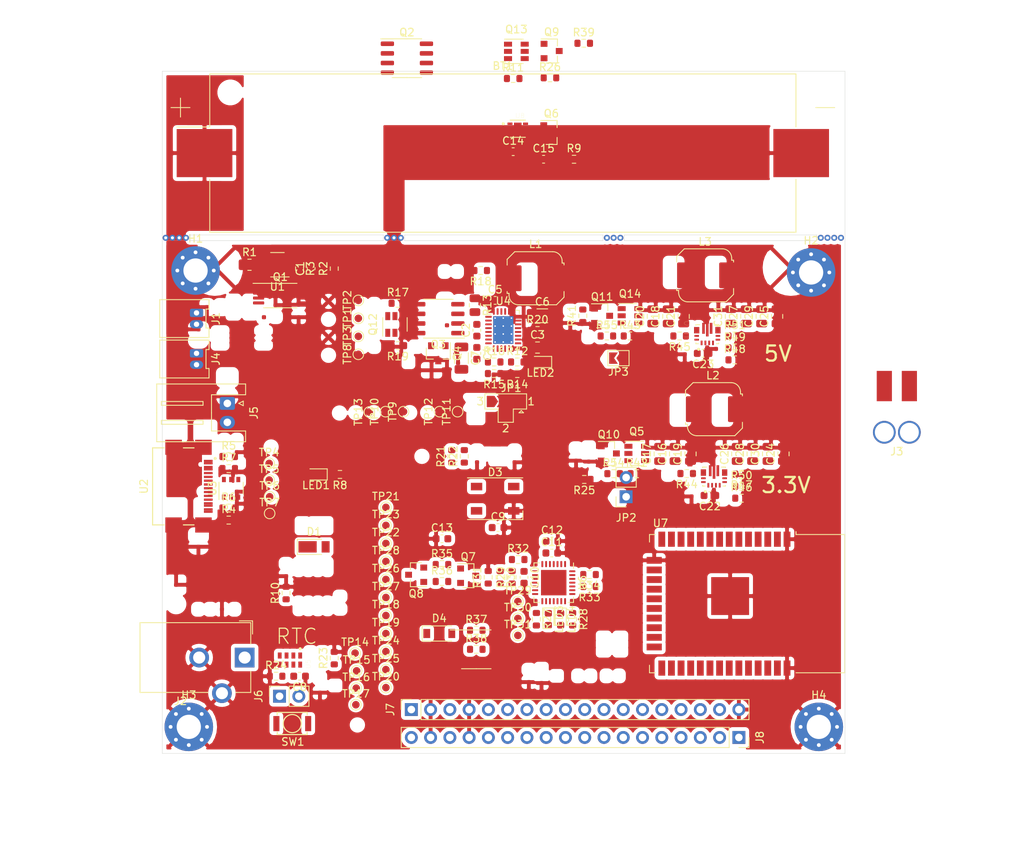
<source format=kicad_pcb>
(kicad_pcb (version 20171130) (host pcbnew "(5.1.8)-1")
  (layers (0 F.Cu signal) (31 B.Cu signal) (34 B.Paste user) (35 F.Paste user) (36 B.SilkS user) (37 F.SilkS user) (38 B.Mask user) (39 F.Mask user) (44 Edge.Cuts user))
  (net 0 "")
  (net 1 -BATT)
  (net 2 +BATT)
  (net 3 "Net-(C1-Pad1)")
  (net 4 GND)
  (net 5 VDD)
  (net 6 "/Charging Module/CELLS1")
  (net 7 "/Charging Module/VCC2P5")
  (net 8 "Net-(C5-Pad2)")
  (net 9 "Net-(C5-Pad1)")
  (net 10 VCC)
  (net 11 "/MCU Module/VIO")
  (net 12 "/MCU Module/EN")
  (net 13 "/MCU Module/5V")
  (net 14 "/Charging Module/3v3_I2C")
  (net 15 "/MCU Module/3v3_MCU")
  (net 16 "/Regulator and Cut-Off Module/VIN")
  (net 17 "/MCU Module/RGBW_LED")
  (net 18 "/Charging Module/NTC")
  (net 19 "/MCU Module/IO36")
  (net 20 "/MCU Module/IO39")
  (net 21 "/MCU Module/IO34")
  (net 22 "/MCU Module/IO35")
  (net 23 /~SMBALERT)
  (net 24 "/MCU Module/IO33")
  (net 25 "/MCU Module/IO25")
  (net 26 "/MCU Module/IO26")
  (net 27 "/MCU Module/IO27")
  (net 28 "/MCU Module/IO14")
  (net 29 "/MCU Module/EN_3V3")
  (net 30 "/MCU Module/EN_5V")
  (net 31 VBUS)
  (net 32 "/MCU Module/3v3")
  (net 33 "/MCU Module/IO15")
  (net 34 "/MCU Module/IO4")
  (net 35 "/MCU Module/IO16")
  (net 36 "/MCU Module/IO17")
  (net 37 "/MCU Module/IO5")
  (net 38 "/MCU Module/IO18")
  (net 39 "/MCU Module/IO19")
  (net 40 /SDA)
  (net 41 "/MCU Module/RXD")
  (net 42 "/MCU Module/TXD")
  (net 43 /SCL)
  (net 44 "/MCU Module/IO23")
  (net 45 "/MCU Module/IO0")
  (net 46 "/Charger inputs and USB IO/V_CHARGE")
  (net 47 /RTC/EVI)
  (net 48 "Net-(JP2-Pad1)")
  (net 49 "Net-(LED1-Pad1)")
  (net 50 "Net-(LED2-Pad1)")
  (net 51 "Net-(LED3-Pad2)")
  (net 52 "/MCU Module/RXT")
  (net 53 "Net-(LED4-Pad2)")
  (net 54 "/MCU Module/TXT")
  (net 55 "Net-(Q1-Pad8)")
  (net 56 "Net-(Q1-Pad5)")
  (net 57 "Net-(Q1-Pad4)")
  (net 58 "Net-(Q1-Pad1)")
  (net 59 "Net-(L1-Pad2)")
  (net 60 "/Charging Module/NTCbias")
  (net 61 "/MCU Module/RSTb")
  (net 62 "Net-(R24-Pad2)")
  (net 63 "/MCU Module/DTR")
  (net 64 "/MCU Module/RTS")
  (net 65 /D-)
  (net 66 /D+)
  (net 67 "Net-(U1-Pad4)")
  (net 68 "/Charging Module/CELLS0")
  (net 69 "Net-(JP3-Pad1)")
  (net 70 "Net-(C10-Pad1)")
  (net 71 "Net-(C16-Pad1)")
  (net 72 "Net-(C18-Pad1)")
  (net 73 "Net-(C22-Pad1)")
  (net 74 "Net-(C23-Pad1)")
  (net 75 "Net-(D3-Pad4)")
  (net 76 "Net-(D4-Pad1)")
  (net 77 "Net-(L2-Pad2)")
  (net 78 "Net-(L2-Pad1)")
  (net 79 "Net-(L3-Pad1)")
  (net 80 "Net-(L3-Pad2)")
  (net 81 "Net-(Q3-Pad7)")
  (net 82 "Net-(Q3-Pad4)")
  (net 83 "Net-(Q3-Pad2)")
  (net 84 "Net-(Q4-Pad3)")
  (net 85 "Net-(Q7-Pad3)")
  (net 86 "Net-(Q8-Pad3)")
  (net 87 "Net-(R3-Pad1)")
  (net 88 "Net-(R4-Pad1)")
  (net 89 "Net-(R6-Pad1)")
  (net 90 "Net-(R7-Pad1)")
  (net 91 "Net-(R14-Pad2)")
  (net 92 "Net-(R30-Pad2)")
  (net 93 "Net-(R33-Pad2)")
  (net 94 "Net-(R34-Pad2)")
  (net 95 "Net-(R44-Pad1)")
  (net 96 "Net-(R45-Pad1)")
  (net 97 "Net-(R46-Pad1)")
  (net 98 "Net-(R47-Pad2)")
  (net 99 "Net-(R48-Pad1)")
  (net 100 "Net-(R49-Pad2)")
  (net 101 "Net-(TP29-Pad1)")
  (net 102 "Net-(TP30-Pad1)")
  (net 103 "Net-(TP31-Pad1)")
  (net 104 "Net-(U2-PadA8)")
  (net 105 "Net-(U2-PadB8)")
  (net 106 "Net-(U3-Pad4)")
  (net 107 "Net-(U3-Pad3)")
  (net 108 "Net-(U5-Pad1)")
  (net 109 "Net-(U6-Pad27)")
  (net 110 "Net-(U6-Pad23)")
  (net 111 "Net-(U6-Pad22)")
  (net 112 "Net-(U6-Pad21)")
  (net 113 "Net-(U6-Pad20)")
  (net 114 "Net-(U6-Pad17)")
  (net 115 "Net-(U6-Pad16)")
  (net 116 "Net-(U6-Pad12)")
  (net 117 "Net-(U6-Pad11)")
  (net 118 "Net-(U6-Pad10)")
  (net 119 "Net-(U6-Pad2)")
  (net 120 "Net-(U6-Pad1)")
  (net 121 "Net-(U7-Pad32)")
  (net 122 "Net-(U7-Pad22)")
  (net 123 "Net-(U7-Pad21)")
  (net 124 "Net-(U7-Pad20)")
  (net 125 "Net-(U7-Pad19)")
  (net 126 "Net-(U7-Pad18)")
  (net 127 "Net-(U7-Pad17)")
  (net 128 "Net-(U8-Pad4)")
  (net 129 "Net-(Q5-Pad3)")
  (net 130 "Net-(Q9-Pad3)")
  (net 131 "Net-(Q12-Pad3)")
  (net 132 "Net-(Q13-Pad3)")
  (net 133 "Net-(Q14-Pad3)")
  (net 134 /RTC/VIN)
  (net 135 /RTC/INT)
  (net 136 /RTC/~INT)
  (net 137 "Net-(U9-Pad6)")
  (net 138 "Net-(U10-Pad6)")
  (module TPS70933DRV:SON65P200X200X80-7N (layer F.Cu) (at 161.860001 47.585001)
    (fp_text reference U8 (at 0.292 -1.7134) (layer F.SilkS) (effects (font (size 0.64 0.64) (thickness 0.015))))
    (fp_text value TPS70933DRVT)
    (pad 7 smd rect (at 0 0) (size 1 1.6) (layers F.Cu F.Mask))
    (pad 6 smd rect (at 1.025 -0.65) (size 0.66 0.32) (layers F.Cu F.Paste F.Mask) (net 134 /RTC/VIN))
    (pad 5 smd rect (at 1.025 0) (size 0.66 0.32) (layers F.Cu F.Paste F.Mask))
    (pad 4 smd rect (at 1.025 0.65) (size 0.66 0.32) (layers F.Cu F.Paste F.Mask) (net 128 "Net-(U8-Pad4)"))
    (pad 3 smd rect (at -1.025 0.65) (size 0.66 0.32) (layers F.Cu F.Paste F.Mask) (net 4 GND))
    (pad 2 smd rect (at -1.025 0) (size 0.66 0.32) (layers F.Cu F.Paste F.Mask))
    (pad 1 smd rect (at -1.025 -0.65) (size 0.66 0.32) (layers F.Cu F.Paste F.Mask) (net 14 "/Charging Module/3v3_I2C"))
  )
  (module Resistor_SMD:R_0603_1608Metric (layer F.Cu) (at 170.555001 36.315001)
    (fp_text reference R39 (at 0 -1.43) (layer F.SilkS))
    (fp_text value 390k)
    (pad 2 smd roundrect (at 0.825 0) (size 0.8 0.95) (layers F.Cu F.Paste F.Mask) (net 132 "Net-(Q13-Pad3)"))
    (pad 1 smd roundrect (at -0.825 0) (size 0.8 0.95) (layers F.Cu F.Paste F.Mask) (net 130 "Net-(Q9-Pad3)"))
  )
  (module Resistor_SMD:R_0603_1608Metric (layer F.Cu) (at 166.105001 40.865001)
    (fp_text reference R26 (at 0 -1.43) (layer F.SilkS))
    (fp_text value 1M)
    (pad 2 smd roundrect (at 0.825 0) (size 0.8 0.95) (layers F.Cu F.Paste F.Mask) (net 15 "/MCU Module/3v3_MCU"))
    (pad 1 smd roundrect (at -0.825 0) (size 0.8 0.95) (layers F.Cu F.Paste F.Mask) (net 132 "Net-(Q13-Pad3)"))
  )
  (module Resistor_SMD:R_0603_1608Metric (layer F.Cu) (at 161.255001 40.965001)
    (fp_text reference R11 (at 0 -1.43) (layer F.SilkS))
    (fp_text value 1M)
    (pad 2 smd roundrect (at 0.825 0) (size 0.8 0.95) (layers F.Cu F.Paste F.Mask) (net 29 "/MCU Module/EN_3V3"))
    (pad 1 smd roundrect (at -0.825 0) (size 0.8 0.95) (layers F.Cu F.Paste F.Mask) (net 4 GND))
  )
  (module Resistor_SMD:R_0603_1608Metric (layer F.Cu) (at 169.275001 51.615001)
    (fp_text reference R9 (at 0 -1.43) (layer F.SilkS))
    (fp_text value 390k)
    (pad 2 smd roundrect (at 0.825 0) (size 0.8 0.95) (layers F.Cu F.Paste F.Mask) (net 14 "/Charging Module/3v3_I2C"))
    (pad 1 smd roundrect (at -0.825 0) (size 0.8 0.95) (layers F.Cu F.Paste F.Mask) (net 136 /RTC/~INT))
  )
  (module Package_TO_SOT_SMD:SOT-23-6 (layer F.Cu) (at 161.675001 37.385001)
    (fp_text reference Q13 (at 0 -2.9) (layer F.SilkS))
    (fp_text value DMP2035UVT)
    (pad 5 smd rect (at 1.1 0) (size 1.06 0.65) (layers F.Cu F.Paste F.Mask) (net 32 "/MCU Module/3v3"))
    (pad 6 smd rect (at 1.1 -0.95) (size 1.06 0.65) (layers F.Cu F.Paste F.Mask) (net 32 "/MCU Module/3v3"))
    (pad 4 smd rect (at 1.1 0.95) (size 1.06 0.65) (layers F.Cu F.Paste F.Mask) (net 15 "/MCU Module/3v3_MCU"))
    (pad 3 smd rect (at -1.1 0.95) (size 1.06 0.65) (layers F.Cu F.Paste F.Mask) (net 132 "Net-(Q13-Pad3)"))
    (pad 2 smd rect (at -1.1 0) (size 1.06 0.65) (layers F.Cu F.Paste F.Mask) (net 32 "/MCU Module/3v3"))
    (pad 1 smd rect (at -1.1 -0.95) (size 1.06 0.65) (layers F.Cu F.Paste F.Mask) (net 32 "/MCU Module/3v3"))
  )
  (module Package_TO_SOT_SMD:SOT-23 (layer F.Cu) (at 166.325001 37.335001)
    (fp_text reference Q9 (at 0 -2.5) (layer F.SilkS))
    (fp_text value 2N7002A)
    (pad 3 smd rect (at 1 0) (size 0.9 0.8) (layers F.Cu F.Paste F.Mask) (net 130 "Net-(Q9-Pad3)"))
    (pad 2 smd rect (at -1 0.95) (size 0.9 0.8) (layers F.Cu F.Paste F.Mask) (net 4 GND))
    (pad 1 smd rect (at -1 -0.95) (size 0.9 0.8) (layers F.Cu F.Paste F.Mask) (net 29 "/MCU Module/EN_3V3"))
  )
  (module Package_TO_SOT_SMD:SOT-23 (layer F.Cu) (at 166.285001 48.085001)
    (fp_text reference Q6 (at 0 -2.5) (layer F.SilkS))
    (fp_text value BSS84-7-F)
    (pad 3 smd rect (at 1 0) (size 0.9 0.8) (layers F.Cu F.Paste F.Mask) (net 135 /RTC/INT))
    (pad 2 smd rect (at -1 0.95) (size 0.9 0.8) (layers F.Cu F.Paste F.Mask) (net 14 "/Charging Module/3v3_I2C"))
    (pad 1 smd rect (at -1 -0.95) (size 0.9 0.8) (layers F.Cu F.Paste F.Mask) (net 136 /RTC/~INT))
  )
  (module Package_SO:SO-8_3.9x4.9mm_P1.27mm (layer F.Cu) (at 147.245001 38.285001)
    (fp_text reference Q2 (at 0 -3.4) (layer F.SilkS))
    (fp_text value DMP3028LSD)
    (pad 8 smd roundrect (at 2.575 -1.905) (size 1.75 0.6) (layers F.Cu F.Paste F.Mask) (net 46 "/Charger inputs and USB IO/V_CHARGE"))
    (pad 7 smd roundrect (at 2.575 -0.635) (size 1.75 0.6) (layers F.Cu F.Paste F.Mask) (net 46 "/Charger inputs and USB IO/V_CHARGE"))
    (pad 6 smd roundrect (at 2.575 0.635) (size 1.75 0.6) (layers F.Cu F.Paste F.Mask))
    (pad 5 smd roundrect (at 2.575 1.905) (size 1.75 0.6) (layers F.Cu F.Paste F.Mask))
    (pad 4 smd roundrect (at -2.575 1.905) (size 1.75 0.6) (layers F.Cu F.Paste F.Mask))
    (pad 3 smd roundrect (at -2.575 0.635) (size 1.75 0.6) (layers F.Cu F.Paste F.Mask))
    (pad 2 smd roundrect (at -2.575 -0.635) (size 1.75 0.6) (layers F.Cu F.Paste F.Mask) (net 31 VBUS))
    (pad 1 smd roundrect (at -2.575 -1.905) (size 1.75 0.6) (layers F.Cu F.Paste F.Mask) (net 5 VDD))
  )
  (module ext_input:ext_input_pads (layer F.Cu) (at 211.836 83.566)
    (fp_text reference J3 (at 0 6.604) (layer F.SilkS))
    (fp_text value Conn_01x02_Male)
    (pad "" np_thru_hole circle (at 1.651 4.064 90) (size 3 3) (drill 2.5) (layers *.Cu *.Mask))
    (pad "" np_thru_hole circle (at -1.651 4.064 90) (size 3 3) (drill 2.5) (layers *.Cu *.Mask))
    (pad 2 smd rect (at 1.651 -2.032 90) (size 4 2) (layers F.Cu F.Paste F.Mask) (net 4 GND))
    (pad 1 smd rect (at -1.651 -2.032 90) (size 4 2) (layers F.Cu F.Paste F.Mask) (net 46 "/Charger inputs and USB IO/V_CHARGE"))
  )
  (module Capacitor_SMD:C_0603_1608Metric (layer F.Cu) (at 165.265001 51.615001)
    (fp_text reference C15 (at 0 -1.43) (layer F.SilkS))
    (fp_text value 2.2μF)
    (pad 2 smd roundrect (at 0.775 0) (size 0.9 0.95) (layers F.Cu F.Paste F.Mask) (net 4 GND))
    (pad 1 smd roundrect (at -0.775 0) (size 0.9 0.95) (layers F.Cu F.Paste F.Mask) (net 14 "/Charging Module/3v3_I2C"))
  )
  (module Capacitor_SMD:C_0603_1608Metric (layer F.Cu) (at 161.255001 50.615001)
    (fp_text reference C14 (at 0 -1.43) (layer F.SilkS))
    (fp_text value 2.2μF)
    (pad 2 smd roundrect (at 0.775 0) (size 0.9 0.95) (layers F.Cu F.Paste F.Mask) (net 4 GND))
    (pad 1 smd roundrect (at -0.775 0) (size 0.9 0.95) (layers F.Cu F.Paste F.Mask) (net 134 /RTC/VIN))
  )
  (module Connector_BarrelJack:BarrelJack_CUI_PJ-102AH_Horizontal (layer F.Cu) (at 125.857 117.348 270)
    (fp_text reference J2 (at 5.75 8.45) (layer F.SilkS))
    (fp_text value Barrel_Jack_Switch)
    (pad 3 thru_hole circle (at 4.7 3 270) (size 2.6 2.6) (drill 1.6) (layers *.Cu *.Mask) (net 4 GND))
    (pad 2 thru_hole circle (at 0 6 270) (size 2.6 2.6) (drill 1.6) (layers *.Cu *.Mask) (net 4 GND))
    (pad 1 thru_hole rect (at 0 0 270) (size 2.6 2.6) (drill 1.6) (layers *.Cu *.Mask) (net 46 "/Charger inputs and USB IO/V_CHARGE"))
  )
  (module LED_SMD:LED_SK6812_PLCC4_5.0x5.0mm_P3.2mm (layer F.Cu) (at 158.877 96.393)
    (fp_text reference D3 (at 0 -3.5) (layer F.SilkS))
    (fp_text value SK6812)
    (pad 3 smd rect (at -2.45 -1.6) (size 1.5 1) (layers F.Cu F.Paste F.Mask) (net 13 "/MCU Module/5V"))
    (pad 4 smd rect (at -2.45 1.6) (size 1.5 1) (layers F.Cu F.Paste F.Mask) (net 75 "Net-(D3-Pad4)"))
    (pad 2 smd rect (at 2.45 -1.6) (size 1.5 1) (layers F.Cu F.Paste F.Mask) (net 17 "/MCU Module/RGBW_LED"))
    (pad 1 smd rect (at 2.45 1.6) (size 1.5 1) (layers F.Cu F.Paste F.Mask) (net 4 GND))
  )
  (module Jumper:SolderJumper-2_P1.3mm_Open_TrianglePad1.0x1.5mm (layer F.Cu) (at 175.133 77.851 180)
    (fp_text reference JP3 (at 0 -1.8) (layer F.SilkS))
    (fp_text value Jumper_NC_Small)
    (pad 1 smd custom (at -0.725 0 180) (size 0.3 0.3) (layers F.Cu F.Mask) (net 69 "Net-(JP3-Pad1)") (options (clearance outline) (anchor rect)) (primitives (gr_poly (pts (xy -0.5 -0.75) (xy 0.5 -0.75) (xy 1 0) (xy 0.5 0.75) (xy -0.5 0.75)) (width 0))))
    (pad 2 smd custom (at 0.725 0 180) (size 0.3 0.3) (layers F.Cu F.Mask) (net 4 GND) (options (clearance outline) (anchor rect)) (primitives (gr_poly (pts (xy -0.65 -0.75) (xy 0.5 -0.75) (xy 0.5 0.75) (xy -0.65 0.75) (xy -0.15 0)) (width 0))))
  )
  (module Resistor_SMD:R_0603_1608Metric (layer F.Cu) (at 156.391 116.263)
    (fp_text reference R38 (at 0 -1.43) (layer F.SilkS))
    (fp_text value 12k)
    (pad 2 smd roundrect (at 0.825 0) (size 0.8 0.95) (layers F.Cu F.Paste F.Mask) (net 45 "/MCU Module/IO0"))
    (pad 1 smd roundrect (at -0.825 0) (size 0.8 0.95) (layers F.Cu F.Paste F.Mask) (net 15 "/MCU Module/3v3_MCU"))
  )
  (module Resistor_SMD:R_0603_1608Metric (layer F.Cu) (at 156.391 113.753)
    (fp_text reference R37 (at 0 -1.43) (layer F.SilkS))
    (fp_text value 12k)
    (pad 2 smd roundrect (at 0.825 0) (size 0.8 0.95) (layers F.Cu F.Paste F.Mask) (net 12 "/MCU Module/EN"))
    (pad 1 smd roundrect (at -0.825 0) (size 0.8 0.95) (layers F.Cu F.Paste F.Mask) (net 15 "/MCU Module/3v3_MCU"))
  )
  (module Diode_SMD:D_SOD-123 (layer F.Cu) (at 151.511 114.173)
    (fp_text reference D4 (at 0 -2) (layer F.SilkS))
    (fp_text value B5819W)
    (pad 2 smd rect (at 1.65 0) (size 0.9 1.2) (layers F.Cu F.Paste F.Mask) (net 12 "/MCU Module/EN"))
    (pad 1 smd rect (at -1.65 0) (size 0.9 1.2) (layers F.Cu F.Paste F.Mask) (net 76 "Net-(D4-Pad1)"))
  )
  (module Capacitor_SMD:C_0603_1608Metric (layer F.Cu) (at 159.258 100.203)
    (fp_text reference C9 (at 0 -1.43) (layer F.SilkS))
    (fp_text value 0.1µF)
    (pad 2 smd roundrect (at 0.775 0) (size 0.9 0.95) (layers F.Cu F.Paste F.Mask) (net 4 GND))
    (pad 1 smd roundrect (at -0.775 0) (size 0.9 0.95) (layers F.Cu F.Paste F.Mask) (net 13 "/MCU Module/5V"))
  )
  (module Diode_SMD:D_PowerDI-123 (layer F.Cu) (at 135.001 102.743)
    (fp_text reference D1 (at 0 -2) (layer F.SilkS))
    (fp_text value DFLS230L)
    (pad 2 smd rect (at 1.525 0 180) (size 1.05 1.5) (layers F.Cu F.Paste F.Mask) (net 31 VBUS))
    (pad 1 smd rect (at -0.85 0 180) (size 2.4 1.5) (layers F.Cu F.Paste F.Mask) (net 5 VDD))
  )
  (module Connector_JST_user:JST_ZH_S2B-ZR_1x02_P1.50mm_Horizontal (layer F.Cu) (at 119.507 77.966 270)
    (fp_text reference J4 (at 0 -2.55 90) (layer F.SilkS))
    (fp_text value DNP/JST_ZH_S2B_thru)
    (pad 1 thru_hole roundrect (at -0.75 0 270) (size 1.1 1.75) (drill 0.7) (layers *.Cu *.Mask) (roundrect_rratio 0.208) (net 18 "/Charging Module/NTC"))
    (pad 2 thru_hole oval (at 0.75 0 270) (size 1.1 1.75) (drill 0.7) (layers *.Cu *.Mask) (net 4 GND))
  )
  (module Connector_JST:JST_XH_S2B-XH-A_1x02_P2.50mm_Horizontal (layer F.Cu) (at 123.571 83.82 270)
    (fp_text reference J5 (at 1.25 -3.5 90) (layer F.SilkS))
    (fp_text value JST_XH_S2B_thru)
    (pad 2 thru_hole oval (at 2.5 0 270) (size 1.7 2) (drill 1) (layers *.Cu *.Mask) (net 4 GND))
    (pad 1 thru_hole roundrect (at 0 0 270) (size 1.7 2) (drill 1) (layers *.Cu *.Mask) (roundrect_rratio 0.147059) (net 2 +BATT))
  )
  (module Connector_PinSocket_2.54mm:PinSocket_1x18_P2.54mm_Vertical (layer F.Cu) (at 191.008 127.889 270)
    (fp_text reference J8 (at 0 -2.77 90) (layer F.SilkS))
    (fp_text value mcu_pinout)
    (pad 18 thru_hole oval (at 0 43.18 270) (size 1.7 1.7) (drill 1) (layers *.Cu *.Mask) (net 32 "/MCU Module/3v3"))
    (pad 17 thru_hole oval (at 0 40.64 270) (size 1.7 1.7) (drill 1) (layers *.Cu *.Mask) (net 4 GND))
    (pad 16 thru_hole oval (at 0 38.1 270) (size 1.7 1.7) (drill 1) (layers *.Cu *.Mask) (net 15 "/MCU Module/3v3_MCU"))
    (pad 15 thru_hole oval (at 0 35.56 270) (size 1.7 1.7) (drill 1) (layers *.Cu *.Mask) (net 4 GND))
    (pad 14 thru_hole oval (at 0 33.02 270) (size 1.7 1.7) (drill 1) (layers *.Cu *.Mask) (net 33 "/MCU Module/IO15"))
    (pad 13 thru_hole oval (at 0 30.48 270) (size 1.7 1.7) (drill 1) (layers *.Cu *.Mask) (net 17 "/MCU Module/RGBW_LED"))
    (pad 12 thru_hole oval (at 0 27.94 270) (size 1.7 1.7) (drill 1) (layers *.Cu *.Mask) (net 34 "/MCU Module/IO4"))
    (pad 11 thru_hole oval (at 0 25.4 270) (size 1.7 1.7) (drill 1) (layers *.Cu *.Mask) (net 35 "/MCU Module/IO16"))
    (pad 10 thru_hole oval (at 0 22.86 270) (size 1.7 1.7) (drill 1) (layers *.Cu *.Mask) (net 36 "/MCU Module/IO17"))
    (pad 9 thru_hole oval (at 0 20.32 270) (size 1.7 1.7) (drill 1) (layers *.Cu *.Mask) (net 37 "/MCU Module/IO5"))
    (pad 8 thru_hole oval (at 0 17.78 270) (size 1.7 1.7) (drill 1) (layers *.Cu *.Mask) (net 38 "/MCU Module/IO18"))
    (pad 7 thru_hole oval (at 0 15.24 270) (size 1.7 1.7) (drill 1) (layers *.Cu *.Mask) (net 39 "/MCU Module/IO19"))
    (pad 6 thru_hole oval (at 0 12.7 270) (size 1.7 1.7) (drill 1) (layers *.Cu *.Mask) (net 40 /SDA))
    (pad 5 thru_hole oval (at 0 10.16 270) (size 1.7 1.7) (drill 1) (layers *.Cu *.Mask) (net 41 "/MCU Module/RXD"))
    (pad 4 thru_hole oval (at 0 7.62 270) (size 1.7 1.7) (drill 1) (layers *.Cu *.Mask) (net 42 "/MCU Module/TXD"))
    (pad 3 thru_hole oval (at 0 5.08 270) (size 1.7 1.7) (drill 1) (layers *.Cu *.Mask) (net 43 /SCL))
    (pad 2 thru_hole oval (at 0 2.54 270) (size 1.7 1.7) (drill 1) (layers *.Cu *.Mask) (net 44 "/MCU Module/IO23"))
    (pad 1 thru_hole rect (at 0 0 270) (size 1.7 1.7) (drill 1) (layers *.Cu *.Mask) (net 45 "/MCU Module/IO0"))
  )
  (module Package_TO_SOT_SMD:SOT-23 (layer F.Cu) (at 151.384 77.216 270)
    (fp_text reference Q4 (at 0 -2.5 90) (layer F.SilkS))
    (fp_text value 2N7002A)
    (pad 3 smd rect (at 1 0 270) (size 0.9 0.8) (layers F.Cu F.Paste F.Mask) (net 84 "Net-(Q4-Pad3)"))
    (pad 2 smd rect (at -1 0.95 270) (size 0.9 0.8) (layers F.Cu F.Paste F.Mask) (net 4 GND))
    (pad 1 smd rect (at -1 -0.95 270) (size 0.9 0.8) (layers F.Cu F.Paste F.Mask) (net 7 "/Charging Module/VCC2P5"))
  )
  (module Package_TO_SOT_SMD:SOT-23 (layer F.Cu) (at 155.321 106.553)
    (fp_text reference Q7 (at 0 -2.5) (layer F.SilkS))
    (fp_text value S8050)
    (pad 3 smd rect (at 1 0) (size 0.9 0.8) (layers F.Cu F.Paste F.Mask) (net 85 "Net-(Q7-Pad3)"))
    (pad 2 smd rect (at -1 0.95) (size 0.9 0.8) (layers F.Cu F.Paste F.Mask) (net 64 "/MCU Module/RTS"))
    (pad 1 smd rect (at -1 -0.95) (size 0.9 0.8) (layers F.Cu F.Paste F.Mask) (net 76 "Net-(D4-Pad1)"))
  )
  (module Package_TO_SOT_SMD:SOT-23 (layer F.Cu) (at 172.974 72.263)
    (fp_text reference Q11 (at 0 -2.5) (layer F.SilkS))
    (fp_text value 2N7002A)
    (pad 1 smd rect (at -1 -0.95) (size 0.9 0.8) (layers F.Cu F.Paste F.Mask) (net 30 "/MCU Module/EN_5V"))
    (pad 2 smd rect (at -1 0.95) (size 0.9 0.8) (layers F.Cu F.Paste F.Mask) (net 4 GND))
    (pad 3 smd rect (at 1 0) (size 0.9 0.8) (layers F.Cu F.Paste F.Mask) (net 69 "Net-(JP3-Pad1)"))
  )
  (module Resistor_SMD:R_0805_2012Metric (layer F.Cu) (at 156.21 70.866 270)
    (fp_text reference R13 (at 0 -1.65 90) (layer F.SilkS))
    (fp_text value RL0805FR-7W0R068L)
    (pad 1 smd roundrect (at -0.9125 0 270) (size 1.025 1.4) (layers F.Cu F.Paste F.Mask) (roundrect_rratio 0.243902) (net 10 VCC))
    (pad 2 smd roundrect (at 0.9125 0 270) (size 1.025 1.4) (layers F.Cu F.Paste F.Mask) (roundrect_rratio 0.243902) (net 81 "Net-(Q3-Pad7)"))
  )
  (module Resistor_SMD:R_0805_2012Metric (layer F.Cu) (at 164.465 74.422)
    (fp_text reference R20 (at 0 -1.65) (layer F.SilkS))
    (fp_text value RL0805FR-7W0R068L)
    (pad 2 smd roundrect (at 0.9125 0) (size 1.025 1.4) (layers F.Cu F.Paste F.Mask) (roundrect_rratio 0.243902) (net 59 "Net-(L1-Pad2)"))
    (pad 1 smd roundrect (at -0.9125 0) (size 1.025 1.4) (layers F.Cu F.Paste F.Mask) (roundrect_rratio 0.243902) (net 2 +BATT))
  )
  (module Resistor_SMD:R_0603_1608Metric (layer F.Cu) (at 146.05 76.2 180)
    (fp_text reference R19 (at 0 -1.43) (layer F.SilkS))
    (fp_text value 390k)
    (pad 2 smd roundrect (at 0.825 0 180) (size 0.8 0.95) (layers F.Cu F.Paste F.Mask) (net 84 "Net-(Q4-Pad3)"))
    (pad 1 smd roundrect (at -0.825 0 180) (size 0.8 0.95) (layers F.Cu F.Paste F.Mask) (net 131 "Net-(Q12-Pad3)"))
  )
  (module Resistor_SMD:R_0603_1608Metric (layer F.Cu) (at 161.1122 106.7562 90)
    (fp_text reference R29 (at 0 -1.43 90) (layer F.SilkS))
    (fp_text value 10k)
    (pad 2 smd roundrect (at 0.825 0 90) (size 0.8 0.95) (layers F.Cu F.Paste F.Mask) (net 70 "Net-(C10-Pad1)"))
    (pad 1 smd roundrect (at -0.825 0 90) (size 0.8 0.95) (layers F.Cu F.Paste F.Mask) (net 31 VBUS))
  )
  (module Package_DFN_QFN:QFN-28-1EP_4x5mm_P0.5mm_EP2.65x3.65mm_ThermalVias (layer F.Cu) (at 159.95 74.146)
    (fp_text reference U4 (at 0 -3.82) (layer F.SilkS))
    (fp_text value LTC4162EUFD-LAD)
    (pad 29 smd rect (at 0 0) (size 2.65 3.65) (layers B.Cu) (net 4 GND))
    (pad 29 thru_hole circle (at 1.075 1.575) (size 0.5 0.5) (drill 0.2) (layers *.Cu) (net 4 GND))
    (pad 29 thru_hole circle (at 0 1.575) (size 0.5 0.5) (drill 0.2) (layers *.Cu) (net 4 GND))
    (pad 29 thru_hole circle (at -1.075 1.575) (size 0.5 0.5) (drill 0.2) (layers *.Cu) (net 4 GND))
    (pad 29 thru_hole circle (at 1.075 0.525) (size 0.5 0.5) (drill 0.2) (layers *.Cu) (net 4 GND))
    (pad 29 thru_hole circle (at 0 0.525) (size 0.5 0.5) (drill 0.2) (layers *.Cu) (net 4 GND))
    (pad 29 thru_hole circle (at -1.075 0.525) (size 0.5 0.5) (drill 0.2) (layers *.Cu) (net 4 GND))
    (pad 29 thru_hole circle (at 1.075 -0.525) (size 0.5 0.5) (drill 0.2) (layers *.Cu) (net 4 GND))
    (pad 29 thru_hole circle (at 0 -0.525) (size 0.5 0.5) (drill 0.2) (layers *.Cu) (net 4 GND))
    (pad 29 thru_hole circle (at -1.075 -0.525) (size 0.5 0.5) (drill 0.2) (layers *.Cu) (net 4 GND))
    (pad 29 thru_hole circle (at 1.075 -1.575) (size 0.5 0.5) (drill 0.2) (layers *.Cu) (net 4 GND))
    (pad 29 thru_hole circle (at 0 -1.575) (size 0.5 0.5) (drill 0.2) (layers *.Cu) (net 4 GND))
    (pad 29 thru_hole circle (at -1.075 -1.575) (size 0.5 0.5) (drill 0.2) (layers *.Cu) (net 4 GND))
    (pad 29 smd rect (at 0 0) (size 2.65 3.65) (layers F.Cu F.Mask) (net 4 GND))
    (pad 28 smd roundrect (at -1.25 -2.45) (size 0.25 0.85) (layers F.Cu F.Paste F.Mask) (net 10 VCC))
    (pad 27 smd roundrect (at -0.75 -2.45) (size 0.25 0.85) (layers F.Cu F.Paste F.Mask) (net 10 VCC))
    (pad 26 smd roundrect (at -0.25 -2.45) (size 0.25 0.85) (layers F.Cu F.Paste F.Mask) (net 8 "Net-(C5-Pad2)"))
    (pad 25 smd roundrect (at 0.25 -2.45) (size 0.25 0.85) (layers F.Cu F.Paste F.Mask) (net 8 "Net-(C5-Pad2)"))
    (pad 24 smd roundrect (at 0.75 -2.45) (size 0.25 0.85) (layers F.Cu F.Paste F.Mask) (net 4 GND))
    (pad 23 smd roundrect (at 1.25 -2.45) (size 0.25 0.85) (layers F.Cu F.Paste F.Mask) (net 4 GND))
    (pad 22 smd roundrect (at 1.95 -1.75) (size 0.85 0.25) (layers F.Cu F.Paste F.Mask) (net 82 "Net-(Q3-Pad4)"))
    (pad 21 smd roundrect (at 1.95 -1.25) (size 0.85 0.25) (layers F.Cu F.Paste F.Mask) (net 59 "Net-(L1-Pad2)"))
    (pad 20 smd roundrect (at 1.95 -0.75) (size 0.85 0.25) (layers F.Cu F.Paste F.Mask) (net 2 +BATT))
    (pad 19 smd roundrect (at 1.95 -0.25) (size 0.85 0.25) (layers F.Cu F.Paste F.Mask) (net 2 +BATT))
    (pad 18 smd roundrect (at 1.95 0.25) (size 0.85 0.25) (layers F.Cu F.Paste F.Mask) (net 6 "/Charging Module/CELLS1"))
    (pad 17 smd roundrect (at 1.95 0.75) (size 0.85 0.25) (layers F.Cu F.Paste F.Mask) (net 68 "/Charging Module/CELLS0"))
    (pad 16 smd roundrect (at 1.95 1.25) (size 0.85 0.25) (layers F.Cu F.Paste F.Mask) (net 4 GND))
    (pad 15 smd roundrect (at 1.95 1.75) (size 0.85 0.25) (layers F.Cu F.Paste F.Mask) (net 14 "/Charging Module/3v3_I2C"))
    (pad 14 smd roundrect (at 1.25 2.45) (size 0.25 0.85) (layers F.Cu F.Paste F.Mask) (net 40 /SDA))
    (pad 13 smd roundrect (at 0.75 2.45) (size 0.25 0.85) (layers F.Cu F.Paste F.Mask) (net 43 /SCL))
    (pad 12 smd roundrect (at 0.25 2.45) (size 0.25 0.85) (layers F.Cu F.Paste F.Mask) (net 23 /~SMBALERT))
    (pad 11 smd roundrect (at -0.25 2.45) (size 0.25 0.85) (layers F.Cu F.Paste F.Mask) (net 91 "Net-(R14-Pad2)"))
    (pad 10 smd roundrect (at -0.75 2.45) (size 0.25 0.85) (layers F.Cu F.Paste F.Mask) (net 18 "/Charging Module/NTC"))
    (pad 9 smd roundrect (at -1.25 2.45) (size 0.25 0.85) (layers F.Cu F.Paste F.Mask) (net 60 "/Charging Module/NTCbias"))
    (pad 8 smd roundrect (at -1.95 1.75) (size 0.85 0.25) (layers F.Cu F.Paste F.Mask) (net 7 "/Charging Module/VCC2P5"))
    (pad 7 smd roundrect (at -1.95 1.25) (size 0.85 0.25) (layers F.Cu F.Paste F.Mask) (net 5 VDD))
    (pad 6 smd roundrect (at -1.95 0.75) (size 0.85 0.25) (layers F.Cu F.Paste F.Mask) (net 83 "Net-(Q3-Pad2)"))
    (pad 5 smd roundrect (at -1.95 0.25) (size 0.85 0.25) (layers F.Cu F.Paste F.Mask) (net 81 "Net-(Q3-Pad7)"))
    (pad 4 smd roundrect (at -1.95 -0.25) (size 0.85 0.25) (layers F.Cu F.Paste F.Mask) (net 10 VCC))
    (pad 3 smd roundrect (at -1.95 -0.75) (size 0.85 0.25) (layers F.Cu F.Paste F.Mask) (net 10 VCC))
    (pad 2 smd roundrect (at -1.95 -1.25) (size 0.85 0.25) (layers F.Cu F.Paste F.Mask) (net 6 "/Charging Module/CELLS1"))
    (pad 1 smd roundrect (at -1.95 -1.75) (size 0.85 0.25) (layers F.Cu F.Paste F.Mask) (net 9 "Net-(C5-Pad1)"))
  )
  (module usb_c:usb-c-usb4110 (layer F.Cu) (at 117.7798 94.7674 270)
    (fp_text reference U2 (at 0 5.207 90) (layer F.SilkS))
    (fp_text value USB-C)
    (pad "" np_thru_hole circle (at 2.8448 -2.286 270) (size 0.65 0.65) (drill 0.65) (layers *.Cu *.Mask))
    (pad "" np_thru_hole circle (at -2.8956 -2.286 270) (size 0.65 0.65) (drill 0.65) (layers *.Cu *.Mask))
    (pad S1 smd rect (at -5.1562 -2.6416 270) (size 2 2.18) (layers F.Cu F.Paste F.Mask) (net 88 "Net-(R4-Pad1)"))
    (pad S1 smd rect (at -5.1562 1.2954 270) (size 2 2.18) (layers F.Cu F.Paste F.Mask) (net 88 "Net-(R4-Pad1)"))
    (pad S1 smd rect (at 5.0927 1.2954 270) (size 2 2.18) (layers F.Cu F.Paste F.Mask) (net 88 "Net-(R4-Pad1)"))
    (pad S1 smd rect (at 5.0927 -2.6416 270) (size 2 2.18) (layers F.Cu F.Paste F.Mask) (net 88 "Net-(R4-Pad1)"))
    (pad A1 smd rect (at -3.3528 -3.2766 270) (size 0.3 1.15) (layers F.Cu F.Paste F.Mask) (net 4 GND))
    (pad B12 smd rect (at -3.048 -3.2766 270) (size 0.3 1.15) (layers F.Cu F.Paste F.Mask) (net 4 GND))
    (pad A4 smd rect (at -2.5527 -3.2766 270) (size 0.3 1.15) (layers F.Cu F.Paste F.Mask) (net 31 VBUS))
    (pad B9 smd rect (at -2.2479 -3.2766 270) (size 0.3 1.15) (layers F.Cu F.Paste F.Mask) (net 31 VBUS))
    (pad A12 smd rect (at 3.3401 -3.2766 270) (size 0.3 1.15) (layers F.Cu F.Paste F.Mask) (net 4 GND))
    (pad B1 smd rect (at 3.0353 -3.2766 270) (size 0.3 1.15) (layers F.Cu F.Paste F.Mask) (net 4 GND))
    (pad A9 smd rect (at 2.54 -3.2766 270) (size 0.3 1.15) (layers F.Cu F.Paste F.Mask) (net 31 VBUS))
    (pad B4 smd rect (at 2.2352 -3.2766 270) (size 0.3 1.15) (layers F.Cu F.Paste F.Mask) (net 31 VBUS))
    (pad B5 smd rect (at 1.7526 -3.2766 270) (size 0.3 1.15) (layers F.Cu F.Paste F.Mask) (net 89 "Net-(R6-Pad1)"))
    (pad A8 smd rect (at 1.251852 -3.2766 270) (size 0.3 1.15) (layers F.Cu F.Paste F.Mask) (net 104 "Net-(U2-PadA8)"))
    (pad A7 smd rect (at 0.250368 -3.2766 270) (size 0.3 1.15) (layers F.Cu F.Paste F.Mask) (net 65 /D-))
    (pad A6 smd rect (at -0.250374 -3.2766 270) (size 0.3 1.15) (layers F.Cu F.Paste F.Mask) (net 66 /D+))
    (pad B7 smd rect (at -0.751116 -3.2766 270) (size 0.3 1.15) (layers F.Cu F.Paste F.Mask) (net 65 /D-))
    (pad A5 smd rect (at -1.251858 -3.2766 270) (size 0.3 1.15) (layers F.Cu F.Paste F.Mask) (net 90 "Net-(R7-Pad1)"))
    (pad B8 smd rect (at -1.7526 -3.2766 270) (size 0.3 1.15) (layers F.Cu F.Paste F.Mask) (net 105 "Net-(U2-PadB8)"))
    (pad B6 smd rect (at 0.75111 -3.2766 270) (size 0.3 1.15) (layers F.Cu F.Paste F.Mask) (net 66 /D+))
  )
  (module Package_DFN_QFN:QFN-28-1EP_5x5mm_P0.5mm_EP3.35x3.35mm (layer F.Cu) (at 166.5986 107.4674 270)
    (fp_text reference U6 (at 0 -3.8 90) (layer F.SilkS))
    (fp_text value CP2102N-A01-GQFN28)
    (pad 29 smd rect (at 0 0 270) (size 3.35 3.35) (layers F.Cu F.Mask) (net 4 GND))
    (pad 28 smd roundrect (at -1.5 -2.45 270) (size 0.25 0.8) (layers F.Cu F.Paste F.Mask) (net 63 "/MCU Module/DTR"))
    (pad 27 smd roundrect (at -1 -2.45 270) (size 0.25 0.8) (layers F.Cu F.Paste F.Mask) (net 109 "Net-(U6-Pad27)"))
    (pad 26 smd roundrect (at -0.5 -2.45 270) (size 0.25 0.8) (layers F.Cu F.Paste F.Mask) (net 94 "Net-(R34-Pad2)"))
    (pad 25 smd roundrect (at 0 -2.45 270) (size 0.25 0.8) (layers F.Cu F.Paste F.Mask) (net 93 "Net-(R33-Pad2)"))
    (pad 24 smd roundrect (at 0.5 -2.45 270) (size 0.25 0.8) (layers F.Cu F.Paste F.Mask) (net 64 "/MCU Module/RTS"))
    (pad 23 smd roundrect (at 1 -2.45 270) (size 0.25 0.8) (layers F.Cu F.Paste F.Mask) (net 110 "Net-(U6-Pad23)"))
    (pad 22 smd roundrect (at 1.5 -2.45 270) (size 0.25 0.8) (layers F.Cu F.Paste F.Mask) (net 111 "Net-(U6-Pad22)"))
    (pad 21 smd roundrect (at 2.45 -1.5 270) (size 0.8 0.25) (layers F.Cu F.Paste F.Mask) (net 112 "Net-(U6-Pad21)"))
    (pad 20 smd roundrect (at 2.45 -1 270) (size 0.8 0.25) (layers F.Cu F.Paste F.Mask) (net 113 "Net-(U6-Pad20)"))
    (pad 19 smd roundrect (at 2.45 -0.5 270) (size 0.8 0.25) (layers F.Cu F.Paste F.Mask) (net 54 "/MCU Module/TXT"))
    (pad 18 smd roundrect (at 2.45 0 270) (size 0.8 0.25) (layers F.Cu F.Paste F.Mask) (net 52 "/MCU Module/RXT"))
    (pad 17 smd roundrect (at 2.45 0.5 270) (size 0.8 0.25) (layers F.Cu F.Paste F.Mask) (net 114 "Net-(U6-Pad17)"))
    (pad 16 smd roundrect (at 2.45 1 270) (size 0.8 0.25) (layers F.Cu F.Paste F.Mask) (net 115 "Net-(U6-Pad16)"))
    (pad 15 smd roundrect (at 2.45 1.5 270) (size 0.8 0.25) (layers F.Cu F.Paste F.Mask) (net 102 "Net-(TP30-Pad1)"))
    (pad 14 smd roundrect (at 1.5 2.45 270) (size 0.25 0.8) (layers F.Cu F.Paste F.Mask) (net 103 "Net-(TP31-Pad1)"))
    (pad 13 smd roundrect (at 1 2.45 270) (size 0.25 0.8) (layers F.Cu F.Paste F.Mask) (net 101 "Net-(TP29-Pad1)"))
    (pad 12 smd roundrect (at 0.5 2.45 270) (size 0.25 0.8) (layers F.Cu F.Paste F.Mask) (net 116 "Net-(U6-Pad12)"))
    (pad 11 smd roundrect (at 0 2.45 270) (size 0.25 0.8) (layers F.Cu F.Paste F.Mask) (net 117 "Net-(U6-Pad11)"))
    (pad 10 smd roundrect (at -0.5 2.45 270) (size 0.25 0.8) (layers F.Cu F.Paste F.Mask) (net 118 "Net-(U6-Pad10)"))
    (pad 9 smd roundrect (at -1 2.45 270) (size 0.25 0.8) (layers F.Cu F.Paste F.Mask) (net 61 "/MCU Module/RSTb"))
    (pad 8 smd roundrect (at -1.5 2.45 270) (size 0.25 0.8) (layers F.Cu F.Paste F.Mask) (net 70 "Net-(C10-Pad1)"))
    (pad 7 smd roundrect (at -2.45 1.5 270) (size 0.8 0.25) (layers F.Cu F.Paste F.Mask) (net 31 VBUS))
    (pad 6 smd roundrect (at -2.45 1 270) (size 0.8 0.25) (layers F.Cu F.Paste F.Mask) (net 11 "/MCU Module/VIO"))
    (pad 5 smd roundrect (at -2.45 0.5 270) (size 0.8 0.25) (layers F.Cu F.Paste F.Mask) (net 65 /D-))
    (pad 4 smd roundrect (at -2.45 0 270) (size 0.8 0.25) (layers F.Cu F.Paste F.Mask) (net 66 /D+))
    (pad 3 smd roundrect (at -2.45 -0.5 270) (size 0.8 0.25) (layers F.Cu F.Paste F.Mask) (net 4 GND))
    (pad 2 smd roundrect (at -2.45 -1 270) (size 0.8 0.25) (layers F.Cu F.Paste F.Mask) (net 119 "Net-(U6-Pad2)"))
    (pad 1 smd roundrect (at -2.45 -1.5 270) (size 0.8 0.25) (layers F.Cu F.Paste F.Mask) (net 120 "Net-(U6-Pad1)"))
  )
  (module RF_Module:ESP32-WROOM-32 (layer F.Cu) (at 189.103 110.236 270)
    (fp_text reference U7 (at -10.61 8.43) (layer F.SilkS))
    (fp_text value ESP32-WROOM32)
    (pad 38 smd rect (at 8.5 -8.255 270) (size 2 0.9) (layers F.Cu F.Paste F.Mask) (net 4 GND))
    (pad 37 smd rect (at 8.5 -6.985 270) (size 2 0.9) (layers F.Cu F.Paste F.Mask) (net 44 "/MCU Module/IO23"))
    (pad 36 smd rect (at 8.5 -5.715 270) (size 2 0.9) (layers F.Cu F.Paste F.Mask) (net 43 /SCL))
    (pad 35 smd rect (at 8.5 -4.445 270) (size 2 0.9) (layers F.Cu F.Paste F.Mask) (net 42 "/MCU Module/TXD"))
    (pad 34 smd rect (at 8.5 -3.175 270) (size 2 0.9) (layers F.Cu F.Paste F.Mask) (net 41 "/MCU Module/RXD"))
    (pad 33 smd rect (at 8.5 -1.905 270) (size 2 0.9) (layers F.Cu F.Paste F.Mask) (net 40 /SDA))
    (pad 32 smd rect (at 8.5 -0.635 270) (size 2 0.9) (layers F.Cu F.Paste F.Mask) (net 121 "Net-(U7-Pad32)"))
    (pad 31 smd rect (at 8.5 0.635 270) (size 2 0.9) (layers F.Cu F.Paste F.Mask) (net 39 "/MCU Module/IO19"))
    (pad 30 smd rect (at 8.5 1.905 270) (size 2 0.9) (layers F.Cu F.Paste F.Mask) (net 38 "/MCU Module/IO18"))
    (pad 29 smd rect (at 8.5 3.175 270) (size 2 0.9) (layers F.Cu F.Paste F.Mask) (net 37 "/MCU Module/IO5"))
    (pad 28 smd rect (at 8.5 4.445 270) (size 2 0.9) (layers F.Cu F.Paste F.Mask) (net 36 "/MCU Module/IO17"))
    (pad 27 smd rect (at 8.5 5.715 270) (size 2 0.9) (layers F.Cu F.Paste F.Mask) (net 35 "/MCU Module/IO16"))
    (pad 26 smd rect (at 8.5 6.985 270) (size 2 0.9) (layers F.Cu F.Paste F.Mask) (net 34 "/MCU Module/IO4"))
    (pad 25 smd rect (at 8.5 8.255 270) (size 2 0.9) (layers F.Cu F.Paste F.Mask) (net 45 "/MCU Module/IO0"))
    (pad 24 smd rect (at 5.715 9.255) (size 2 0.9) (layers F.Cu F.Paste F.Mask) (net 17 "/MCU Module/RGBW_LED"))
    (pad 23 smd rect (at 4.445 9.255) (size 2 0.9) (layers F.Cu F.Paste F.Mask) (net 33 "/MCU Module/IO15"))
    (pad 22 smd rect (at 3.175 9.255) (size 2 0.9) (layers F.Cu F.Paste F.Mask) (net 122 "Net-(U7-Pad22)"))
    (pad 21 smd rect (at 1.905 9.255) (size 2 0.9) (layers F.Cu F.Paste F.Mask) (net 123 "Net-(U7-Pad21)"))
    (pad 20 smd rect (at 0.635 9.255) (size 2 0.9) (layers F.Cu F.Paste F.Mask) (net 124 "Net-(U7-Pad20)"))
    (pad 19 smd rect (at -0.635 9.255) (size 2 0.9) (layers F.Cu F.Paste F.Mask) (net 125 "Net-(U7-Pad19)"))
    (pad 18 smd rect (at -1.905 9.255) (size 2 0.9) (layers F.Cu F.Paste F.Mask) (net 126 "Net-(U7-Pad18)"))
    (pad 17 smd rect (at -3.175 9.255) (size 2 0.9) (layers F.Cu F.Paste F.Mask) (net 127 "Net-(U7-Pad17)"))
    (pad 16 smd rect (at -4.445 9.255) (size 2 0.9) (layers F.Cu F.Paste F.Mask) (net 30 "/MCU Module/EN_5V"))
    (pad 15 smd rect (at -5.715 9.255) (size 2 0.9) (layers F.Cu F.Paste F.Mask) (net 4 GND))
    (pad 14 smd rect (at -8.5 8.255 270) (size 2 0.9) (layers F.Cu F.Paste F.Mask) (net 29 "/MCU Module/EN_3V3"))
    (pad 13 smd rect (at -8.5 6.985 270) (size 2 0.9) (layers F.Cu F.Paste F.Mask) (net 28 "/MCU Module/IO14"))
    (pad 12 smd rect (at -8.5 5.715 270) (size 2 0.9) (layers F.Cu F.Paste F.Mask) (net 27 "/MCU Module/IO27"))
    (pad 11 smd rect (at -8.5 4.445 270) (size 2 0.9) (layers F.Cu F.Paste F.Mask) (net 26 "/MCU Module/IO26"))
    (pad 10 smd rect (at -8.5 3.175 270) (size 2 0.9) (layers F.Cu F.Paste F.Mask) (net 25 "/MCU Module/IO25"))
    (pad 9 smd rect (at -8.5 1.905 270) (size 2 0.9) (layers F.Cu F.Paste F.Mask) (net 24 "/MCU Module/IO33"))
    (pad 8 smd rect (at -8.5 0.635 270) (size 2 0.9) (layers F.Cu F.Paste F.Mask) (net 23 /~SMBALERT))
    (pad 7 smd rect (at -8.5 -0.635 270) (size 2 0.9) (layers F.Cu F.Paste F.Mask) (net 22 "/MCU Module/IO35"))
    (pad 6 smd rect (at -8.5 -1.905 270) (size 2 0.9) (layers F.Cu F.Paste F.Mask) (net 21 "/MCU Module/IO34"))
    (pad 5 smd rect (at -8.5 -3.175 270) (size 2 0.9) (layers F.Cu F.Paste F.Mask) (net 20 "/MCU Module/IO39"))
    (pad 4 smd rect (at -8.5 -4.445 270) (size 2 0.9) (layers F.Cu F.Paste F.Mask) (net 19 "/MCU Module/IO36"))
    (pad 3 smd rect (at -8.5 -5.715 270) (size 2 0.9) (layers F.Cu F.Paste F.Mask) (net 12 "/MCU Module/EN"))
    (pad 2 smd rect (at -8.5 -6.985 270) (size 2 0.9) (layers F.Cu F.Paste F.Mask) (net 15 "/MCU Module/3v3_MCU"))
    (pad 1 smd rect (at -8.5 -8.255 270) (size 2 0.9) (layers F.Cu F.Paste F.Mask) (net 4 GND))
    (pad 39 smd rect (at -1 -0.755 270) (size 5 5) (layers F.Cu F.Paste F.Mask) (net 4 GND))
  )
  (module Package_SO:TSOP-6_1.65x3.05mm_P0.95mm (layer F.Cu) (at 124.0663 95.0214 90)
    (fp_text reference U3 (at 0 -2.45 90) (layer F.SilkS))
    (fp_text value IP4220CZ6)
    (pad 6 smd rect (at 1.16 -0.95 90) (size 0.7 0.51) (layers F.Cu F.Paste F.Mask) (net 65 /D-))
    (pad 5 smd rect (at 1.16 0 90) (size 0.7 0.51) (layers F.Cu F.Paste F.Mask) (net 31 VBUS))
    (pad 4 smd rect (at 1.16 0.95 90) (size 0.7 0.51) (layers F.Cu F.Paste F.Mask) (net 106 "Net-(U3-Pad4)"))
    (pad 3 smd rect (at -1.16 0.95 90) (size 0.7 0.51) (layers F.Cu F.Paste F.Mask) (net 107 "Net-(U3-Pad3)"))
    (pad 2 smd rect (at -1.16 0 90) (size 0.7 0.51) (layers F.Cu F.Paste F.Mask) (net 4 GND))
    (pad 1 smd rect (at -1.16 -0.95 90) (size 0.7 0.51) (layers F.Cu F.Paste F.Mask) (net 66 /D+))
  )
  (module Package_TO_SOT_SMD:SOT-23 (layer F.Cu) (at 173.863 90.424)
    (fp_text reference Q10 (at 0 -2.5) (layer F.SilkS))
    (fp_text value 2N7002A)
    (pad 3 smd rect (at 1 0) (size 0.9 0.8) (layers F.Cu F.Paste F.Mask) (net 48 "Net-(JP2-Pad1)"))
    (pad 2 smd rect (at -1 0.95) (size 0.9 0.8) (layers F.Cu F.Paste F.Mask) (net 4 GND))
    (pad 1 smd rect (at -1 -0.95) (size 0.9 0.8) (layers F.Cu F.Paste F.Mask) (net 135 /RTC/INT))
  )
  (module TPS63070RNM:VREG_TPS63070RNMR (layer F.Cu) (at 186.8463 74.6899 90)
    (fp_text reference U10 (at 0.64 -2.608 90) (layer F.SilkS) (effects (font (size 0.8 0.8) (thickness 0.015))))
    (fp_text value TPS63070RNMT)
    (pad 10 smd rect (at 0.6 0 90) (size 1.8 0.35) (layers F.Cu) (net 4 GND))
    (pad 9 smd rect (at 0.775 0.5 90) (size 1.45 0.35) (layers F.Cu) (net 79 "Net-(L3-Pad1)"))
    (pad 11 smd rect (at 0.775 -0.5 90) (size 1.45 0.35) (layers F.Cu) (net 80 "Net-(L3-Pad2)"))
    (pad 7_8 smd rect (at 0.525 1.4 90) (size 0.85 0.7) (layers F.Cu) (net 13 "/MCU Module/5V"))
    (pad 12_13 smd rect (at 0.525 -1.4 90) (size 0.85 0.7) (layers F.Cu) (net 72 "Net-(C18-Pad1)"))
    (pad 6 smd rect (at -0.225 1.4 90) (size 0.25 0.6) (layers F.Cu F.Paste) (net 138 "Net-(U10-Pad6)"))
    (pad 5 smd rect (at -0.725 1.4 90) (size 0.25 0.6) (layers F.Cu F.Paste) (net 100 "Net-(R49-Pad2)"))
    (pad 14 smd rect (at -0.225 -1.4 90) (size 0.25 0.6) (layers F.Cu F.Paste) (net 96 "Net-(R45-Pad1)"))
    (pad 15 smd rect (at -0.725 -1.4 90) (size 0.25 0.6) (layers F.Cu F.Paste) (net 4 GND))
    (pad 4 smd rect (at -1.15 0.75 90) (size 0.6 0.25) (layers F.Cu F.Paste) (net 4 GND))
    (pad 3 smd rect (at -1.15 0.25 90) (size 0.6 0.25) (layers F.Cu F.Paste) (net 74 "Net-(C23-Pad1)"))
    (pad 2 smd rect (at -1.15 -0.25 90) (size 0.6 0.25) (layers F.Cu F.Paste) (net 99 "Net-(R48-Pad1)"))
    (pad 1 smd rect (at -1.15 -0.75 90) (size 0.6 0.25) (layers F.Cu F.Paste) (net 96 "Net-(R45-Pad1)"))
  )
  (module TPS63070RNM:VREG_TPS63070RNMR (layer F.Cu) (at 187.7336 93.4699 90)
    (fp_text reference U9 (at 0.64 -2.608 90) (layer F.SilkS) (effects (font (size 0.8 0.8) (thickness 0.015))))
    (fp_text value TPS63070RNMT)
    (pad 10 smd rect (at 0.6 0 90) (size 1.8 0.35) (layers F.Cu) (net 4 GND))
    (pad 9 smd rect (at 0.775 0.5 90) (size 1.45 0.35) (layers F.Cu) (net 78 "Net-(L2-Pad1)"))
    (pad 11 smd rect (at 0.775 -0.5 90) (size 1.45 0.35) (layers F.Cu) (net 77 "Net-(L2-Pad2)"))
    (pad 7_8 smd rect (at 0.525 1.4 90) (size 0.85 0.7) (layers F.Cu) (net 15 "/MCU Module/3v3_MCU"))
    (pad 12_13 smd rect (at 0.525 -1.4 90) (size 0.85 0.7) (layers F.Cu) (net 71 "Net-(C16-Pad1)"))
    (pad 6 smd rect (at -0.225 1.4 90) (size 0.25 0.6) (layers F.Cu F.Paste) (net 137 "Net-(U9-Pad6)"))
    (pad 5 smd rect (at -0.725 1.4 90) (size 0.25 0.6) (layers F.Cu F.Paste) (net 98 "Net-(R47-Pad2)"))
    (pad 14 smd rect (at -0.225 -1.4 90) (size 0.25 0.6) (layers F.Cu F.Paste) (net 95 "Net-(R44-Pad1)"))
    (pad 15 smd rect (at -0.725 -1.4 90) (size 0.25 0.6) (layers F.Cu F.Paste) (net 4 GND))
    (pad 4 smd rect (at -1.15 0.75 90) (size 0.6 0.25) (layers F.Cu F.Paste) (net 4 GND))
    (pad 3 smd rect (at -1.15 0.25 90) (size 0.6 0.25) (layers F.Cu F.Paste) (net 73 "Net-(C22-Pad1)"))
    (pad 2 smd rect (at -1.15 -0.25 90) (size 0.6 0.25) (layers F.Cu F.Paste) (net 97 "Net-(R46-Pad1)"))
    (pad 1 smd rect (at -1.15 -0.75 90) (size 0.6 0.25) (layers F.Cu F.Paste) (net 95 "Net-(R44-Pad1)"))
  )
  (module RV-3028-C7:IC_RV-3028-C7 (layer F.Cu) (at 131.826 117.6782 270)
    (fp_text reference U5 (at 0.532 -2.4064 90) (layer F.SilkS) (effects (font (size 0.64 0.64) (thickness 0.015))))
    (fp_text value RV-3028-C7)
    (pad 8 smd rect (at 0.6 -1.35 270) (size 0.8 0.5) (layers F.Cu F.Paste F.Mask) (net 47 /RTC/EVI))
    (pad 7 smd rect (at 0.6 -0.45 270) (size 0.8 0.5) (layers F.Cu F.Paste F.Mask) (net 14 "/Charging Module/3v3_I2C"))
    (pad 6 smd rect (at 0.6 0.45 270) (size 0.8 0.5) (layers F.Cu F.Paste F.Mask) (net 62 "Net-(R24-Pad2)"))
    (pad 5 smd rect (at 0.6 1.35 270) (size 0.8 0.5) (layers F.Cu F.Paste F.Mask) (net 4 GND))
    (pad 4 smd rect (at -0.6 1.35 270) (size 0.8 0.5) (layers F.Cu F.Paste F.Mask) (net 40 /SDA))
    (pad 3 smd rect (at -0.6 0.45 270) (size 0.8 0.5) (layers F.Cu F.Paste F.Mask) (net 43 /SCL))
    (pad 2 smd rect (at -0.6 -0.45 270) (size 0.8 0.5) (layers F.Cu F.Paste F.Mask) (net 136 /RTC/~INT))
    (pad 1 smd rect (at -0.6 -1.35 270) (size 0.8 0.5) (layers F.Cu F.Paste F.Mask) (net 108 "Net-(U5-Pad1)"))
  )
  (module Resistor_SMD:R_0603_1608Metric (layer F.Cu) (at 183.2014 74.9312 180)
    (fp_text reference R45 (at 0 -1.43) (layer F.SilkS))
    (fp_text value 10k)
    (pad 2 smd roundrect (at 0.825 0 180) (size 0.8 0.95) (layers F.Cu F.Paste F.Mask) (net 72 "Net-(C18-Pad1)"))
    (pad 1 smd roundrect (at -0.825 0 180) (size 0.8 0.95) (layers F.Cu F.Paste F.Mask) (net 96 "Net-(R45-Pad1)"))
  )
  (module Resistor_SMD:R_0603_1608Metric (layer F.Cu) (at 190.4658 78.0808)
    (fp_text reference R48 (at 0 -1.43) (layer F.SilkS))
    (fp_text value 100k)
    (pad 2 smd roundrect (at 0.825 0) (size 0.8 0.95) (layers F.Cu F.Paste F.Mask) (net 13 "/MCU Module/5V"))
    (pad 1 smd roundrect (at -0.825 0) (size 0.8 0.95) (layers F.Cu F.Paste F.Mask) (net 99 "Net-(R48-Pad1)"))
  )
  (module Resistor_SMD:R_0603_1608Metric (layer F.Cu) (at 190.4658 76.506)
    (fp_text reference R49 (at 0 -1.43) (layer F.SilkS))
    (fp_text value 130k)
    (pad 2 smd roundrect (at 0.825 0) (size 0.8 0.95) (layers F.Cu F.Paste F.Mask) (net 100 "Net-(R49-Pad2)"))
    (pad 1 smd roundrect (at -0.825 0) (size 0.8 0.95) (layers F.Cu F.Paste F.Mask) (net 4 GND))
  )
  (module Resistor_SMD:R_0603_1608Metric (layer F.Cu) (at 190.4658 74.9312)
    (fp_text reference R51 (at 0 -1.43) (layer F.SilkS))
    (fp_text value 680k)
    (pad 2 smd roundrect (at 0.825 0) (size 0.8 0.95) (layers F.Cu F.Paste F.Mask) (net 13 "/MCU Module/5V"))
    (pad 1 smd roundrect (at -0.825 0) (size 0.8 0.95) (layers F.Cu F.Paste F.Mask) (net 100 "Net-(R49-Pad2)"))
  )
  (module Resistor_SMD:R_0603_1608Metric (layer F.Cu) (at 184.1316 93.0732 180)
    (fp_text reference R44 (at 0 -1.43) (layer F.SilkS))
    (fp_text value 10k)
    (pad 2 smd roundrect (at 0.825 0 180) (size 0.8 0.95) (layers F.Cu F.Paste F.Mask) (net 71 "Net-(C16-Pad1)"))
    (pad 1 smd roundrect (at -0.825 0 180) (size 0.8 0.95) (layers F.Cu F.Paste F.Mask) (net 95 "Net-(R44-Pad1)"))
  )
  (module Resistor_SMD:R_0603_1608Metric (layer F.Cu) (at 191.3574 96.3244)
    (fp_text reference R46 (at 0 -1.43) (layer F.SilkS))
    (fp_text value 100k)
    (pad 2 smd roundrect (at 0.825 0) (size 0.8 0.95) (layers F.Cu F.Paste F.Mask) (net 15 "/MCU Module/3v3_MCU"))
    (pad 1 smd roundrect (at -0.825 0) (size 0.8 0.95) (layers F.Cu F.Paste F.Mask) (net 97 "Net-(R46-Pad1)"))
  )
  (module Resistor_SMD:R_0603_1608Metric (layer F.Cu) (at 191.3701 93.1494 180)
    (fp_text reference R47 (at 0 -1.43) (layer F.SilkS))
    (fp_text value 150k)
    (pad 2 smd roundrect (at 0.825 0 180) (size 0.8 0.95) (layers F.Cu F.Paste F.Mask) (net 98 "Net-(R47-Pad2)"))
    (pad 1 smd roundrect (at -0.825 0 180) (size 0.8 0.95) (layers F.Cu F.Paste F.Mask) (net 4 GND))
  )
  (module Resistor_SMD:R_0603_1608Metric (layer F.Cu) (at 191.3574 94.7496)
    (fp_text reference R50 (at 0 -1.43) (layer F.SilkS))
    (fp_text value 470k)
    (pad 2 smd roundrect (at 0.825 0) (size 0.8 0.95) (layers F.Cu F.Paste F.Mask) (net 15 "/MCU Module/3v3_MCU"))
    (pad 1 smd roundrect (at -0.825 0) (size 0.8 0.95) (layers F.Cu F.Paste F.Mask) (net 98 "Net-(R47-Pad2)"))
  )
  (module Resistor_SMD:R_0603_1608Metric (layer F.Cu) (at 129.9972 119.8118)
    (fp_text reference R24 (at 0 -1.43) (layer F.SilkS))
    (fp_text value 10k)
    (pad 2 smd roundrect (at 0.825 0) (size 0.8 0.95) (layers F.Cu F.Paste F.Mask) (net 62 "Net-(R24-Pad2)"))
    (pad 1 smd roundrect (at -0.825 0) (size 0.8 0.95) (layers F.Cu F.Paste F.Mask) (net 4 GND))
  )
  (module Resistor_SMD:R_0603_1608Metric (layer F.Cu) (at 137.668 117.4242 90)
    (fp_text reference R23 (at 0 -1.43 90) (layer F.SilkS))
    (fp_text value 100k)
    (pad 2 smd roundrect (at 0.825 0 90) (size 0.8 0.95) (layers F.Cu F.Paste F.Mask) (net 4 GND))
    (pad 1 smd roundrect (at -0.825 0 90) (size 0.8 0.95) (layers F.Cu F.Paste F.Mask) (net 47 /RTC/EVI))
  )
  (module Resistor_SMD:R_0603_1608Metric (layer F.Cu) (at 154.813 90.805 90)
    (fp_text reference R22 (at 0 -1.43 90) (layer F.SilkS))
    (fp_text value 4.7k)
    (pad 2 smd roundrect (at 0.825 0 90) (size 0.8 0.95) (layers F.Cu F.Paste F.Mask) (net 40 /SDA))
    (pad 1 smd roundrect (at -0.825 0 90) (size 0.8 0.95) (layers F.Cu F.Paste F.Mask) (net 14 "/Charging Module/3v3_I2C"))
  )
  (module Resistor_SMD:R_0603_1608Metric (layer F.Cu) (at 153.162 90.805 90)
    (fp_text reference R21 (at 0 -1.43 90) (layer F.SilkS))
    (fp_text value 4.7k)
    (pad 2 smd roundrect (at 0.825 0 90) (size 0.8 0.95) (layers F.Cu F.Paste F.Mask) (net 43 /SCL))
    (pad 1 smd roundrect (at -0.825 0 90) (size 0.8 0.95) (layers F.Cu F.Paste F.Mask) (net 14 "/Charging Module/3v3_I2C"))
  )
  (module Connector_PinSocket_2.54mm:PinSocket_1x02_P2.54mm_Vertical (layer F.Cu) (at 130.4544 122.4534 90)
    (fp_text reference J6 (at 0 -2.77 90) (layer F.SilkS))
    (fp_text value Conn_01x02_Male)
    (pad 2 thru_hole oval (at 0 2.54 90) (size 1.7 1.7) (drill 1) (layers *.Cu *.Mask) (net 47 /RTC/EVI))
    (pad 1 thru_hole rect (at 0 0 90) (size 1.7 1.7) (drill 1) (layers *.Cu *.Mask) (net 14 "/Charging Module/3v3_I2C"))
  )
  (module Capacitor_SMD:C_0805_2012Metric (layer F.Cu) (at 196.0538 72.3404 90)
    (fp_text reference C25 (at 0 -1.68 90) (layer F.SilkS))
    (fp_text value 10μF)
    (pad 2 smd roundrect (at 0.95 0 90) (size 1 1.45) (layers F.Cu F.Paste F.Mask) (net 4 GND))
    (pad 1 smd roundrect (at -0.95 0 90) (size 1 1.45) (layers F.Cu F.Paste F.Mask) (net 13 "/MCU Module/5V"))
  )
  (module Capacitor_SMD:C_0603_1608Metric (layer F.Cu) (at 186.3002 77.2172 180)
    (fp_text reference C23 (at 0 -1.43) (layer F.SilkS))
    (fp_text value 0.1µF)
    (pad 2 smd roundrect (at 0.775 0 180) (size 0.9 0.95) (layers F.Cu F.Paste F.Mask) (net 4 GND))
    (pad 1 smd roundrect (at -0.775 0 180) (size 0.9 0.95) (layers F.Cu F.Paste F.Mask) (net 74 "Net-(C23-Pad1)"))
  )
  (module Capacitor_SMD:C_0805_2012Metric (layer F.Cu) (at 189.9578 72.3404 90)
    (fp_text reference C31 (at 0 -1.68 90) (layer F.SilkS))
    (fp_text value 22μF)
    (pad 2 smd roundrect (at 0.95 0 90) (size 1 1.45) (layers F.Cu F.Paste F.Mask) (net 4 GND))
    (pad 1 smd roundrect (at -0.95 0 90) (size 1 1.45) (layers F.Cu F.Paste F.Mask) (net 13 "/MCU Module/5V"))
  )
  (module Capacitor_SMD:C_0805_2012Metric (layer F.Cu) (at 194.0218 72.3404 90)
    (fp_text reference C29 (at 0 -1.68 90) (layer F.SilkS))
    (fp_text value 22μF)
    (pad 2 smd roundrect (at 0.95 0 90) (size 1 1.45) (layers F.Cu F.Paste F.Mask) (net 4 GND))
    (pad 1 smd roundrect (at -0.95 0 90) (size 1 1.45) (layers F.Cu F.Paste F.Mask) (net 13 "/MCU Module/5V"))
  )
  (module Capacitor_SMD:C_0805_2012Metric (layer F.Cu) (at 191.9898 72.3404 90)
    (fp_text reference C27 (at 0 -1.68 90) (layer F.SilkS))
    (fp_text value 22μF)
    (pad 2 smd roundrect (at 0.95 0 90) (size 1 1.45) (layers F.Cu F.Paste F.Mask) (net 4 GND))
    (pad 1 smd roundrect (at -0.95 0 90) (size 1 1.45) (layers F.Cu F.Paste F.Mask) (net 13 "/MCU Module/5V"))
  )
  (module Capacitor_SMD:C_0805_2012Metric (layer F.Cu) (at 183.7348 72.3404 90)
    (fp_text reference C21 (at 0 -1.68 90) (layer F.SilkS))
    (fp_text value 10μF)
    (pad 2 smd roundrect (at 0.95 0 90) (size 1 1.45) (layers F.Cu F.Paste F.Mask) (net 4 GND))
    (pad 1 smd roundrect (at -0.95 0 90) (size 1 1.45) (layers F.Cu F.Paste F.Mask) (net 72 "Net-(C18-Pad1)"))
  )
  (module Capacitor_SMD:C_0805_2012Metric (layer F.Cu) (at 179.6708 72.3404 90)
    (fp_text reference C20 (at 0 -1.68 90) (layer F.SilkS))
    (fp_text value 10μF)
    (pad 2 smd roundrect (at 0.95 0 90) (size 1 1.45) (layers F.Cu F.Paste F.Mask) (net 4 GND))
    (pad 1 smd roundrect (at -0.95 0 90) (size 1 1.45) (layers F.Cu F.Paste F.Mask) (net 72 "Net-(C18-Pad1)"))
  )
  (module Capacitor_SMD:C_0805_2012Metric (layer F.Cu) (at 181.7028 72.3404 90)
    (fp_text reference C18 (at 0 -1.68 90) (layer F.SilkS))
    (fp_text value 10μF)
    (pad 2 smd roundrect (at 0.95 0 90) (size 1 1.45) (layers F.Cu F.Paste F.Mask) (net 4 GND))
    (pad 1 smd roundrect (at -0.95 0 90) (size 1 1.45) (layers F.Cu F.Paste F.Mask) (net 72 "Net-(C18-Pad1)"))
  )
  (module Capacitor_SMD:C_0805_2012Metric (layer F.Cu) (at 196.8946 90.4824 90)
    (fp_text reference C24 (at 0 -1.68 90) (layer F.SilkS))
    (fp_text value 10μF)
    (pad 2 smd roundrect (at 0.95 0 90) (size 1 1.45) (layers F.Cu F.Paste F.Mask) (net 4 GND))
    (pad 1 smd roundrect (at -0.95 0 90) (size 1 1.45) (layers F.Cu F.Paste F.Mask) (net 15 "/MCU Module/3v3_MCU"))
  )
  (module Capacitor_SMD:C_0603_1608Metric (layer F.Cu) (at 187.1918 95.9688 180)
    (fp_text reference C22 (at 0 -1.43) (layer F.SilkS))
    (fp_text value 0.1µF)
    (pad 2 smd roundrect (at 0.775 0 180) (size 0.9 0.95) (layers F.Cu F.Paste F.Mask) (net 4 GND))
    (pad 1 smd roundrect (at -0.775 0 180) (size 0.9 0.95) (layers F.Cu F.Paste F.Mask) (net 73 "Net-(C22-Pad1)"))
  )
  (module Capacitor_SMD:C_0805_2012Metric (layer F.Cu) (at 194.8626 90.4824 90)
    (fp_text reference C30 (at 0 -1.68 90) (layer F.SilkS))
    (fp_text value 22μF)
    (pad 2 smd roundrect (at 0.95 0 90) (size 1 1.45) (layers F.Cu F.Paste F.Mask) (net 4 GND))
    (pad 1 smd roundrect (at -0.95 0 90) (size 1 1.45) (layers F.Cu F.Paste F.Mask) (net 15 "/MCU Module/3v3_MCU"))
  )
  (module Capacitor_SMD:C_0805_2012Metric (layer F.Cu) (at 192.8306 90.4824 90)
    (fp_text reference C28 (at 0 -1.68 90) (layer F.SilkS))
    (fp_text value 22μF)
    (pad 2 smd roundrect (at 0.95 0 90) (size 1 1.45) (layers F.Cu F.Paste F.Mask) (net 4 GND))
    (pad 1 smd roundrect (at -0.95 0 90) (size 1 1.45) (layers F.Cu F.Paste F.Mask) (net 15 "/MCU Module/3v3_MCU"))
  )
  (module Capacitor_SMD:C_0805_2012Metric (layer F.Cu) (at 190.7986 90.4849 90)
    (fp_text reference C26 (at 0 -1.68 90) (layer F.SilkS))
    (fp_text value 22μF)
    (pad 2 smd roundrect (at 0.95 0 90) (size 1 1.45) (layers F.Cu F.Paste F.Mask) (net 4 GND))
    (pad 1 smd roundrect (at -0.95 0 90) (size 1 1.45) (layers F.Cu F.Paste F.Mask) (net 15 "/MCU Module/3v3_MCU"))
  )
  (module Capacitor_SMD:C_0805_2012Metric (layer F.Cu) (at 184.6391 90.4824 90)
    (fp_text reference C19 (at 0 -1.68 90) (layer F.SilkS))
    (fp_text value 10μF)
    (pad 2 smd roundrect (at 0.95 0 90) (size 1 1.45) (layers F.Cu F.Paste F.Mask) (net 4 GND))
    (pad 1 smd roundrect (at -0.95 0 90) (size 1 1.45) (layers F.Cu F.Paste F.Mask) (net 71 "Net-(C16-Pad1)"))
  )
  (module Capacitor_SMD:C_0805_2012Metric (layer F.Cu) (at 180.5751 90.4824 90)
    (fp_text reference C17 (at 0 -1.68 90) (layer F.SilkS))
    (fp_text value 10μF)
    (pad 2 smd roundrect (at 0.95 0 90) (size 1 1.45) (layers F.Cu F.Paste F.Mask) (net 4 GND))
    (pad 1 smd roundrect (at -0.95 0 90) (size 1 1.45) (layers F.Cu F.Paste F.Mask) (net 71 "Net-(C16-Pad1)"))
  )
  (module Capacitor_SMD:C_0805_2012Metric (layer F.Cu) (at 182.6071 90.4824 90)
    (fp_text reference C16 (at 0 -1.68 90) (layer F.SilkS))
    (fp_text value 10μF)
    (pad 2 smd roundrect (at 0.95 0 90) (size 1 1.45) (layers F.Cu F.Paste F.Mask) (net 4 GND))
    (pad 1 smd roundrect (at -0.95 0 90) (size 1 1.45) (layers F.Cu F.Paste F.Mask) (net 71 "Net-(C16-Pad1)"))
  )
  (module Capacitor_SMD:C_0603_1608Metric (layer F.Cu) (at 133.096 119.8118 180)
    (fp_text reference C8 (at 0 -1.43) (layer F.SilkS))
    (fp_text value 0.1µF)
    (pad 2 smd roundrect (at 0.775 0 180) (size 0.9 0.95) (layers F.Cu F.Paste F.Mask) (net 14 "/Charging Module/3v3_I2C"))
    (pad 1 smd roundrect (at -0.775 0 180) (size 0.9 0.95) (layers F.Cu F.Paste F.Mask) (net 4 GND))
  )
  (module SPM6530T-1R5M:L_TDK_SPM6530T (layer F.Cu) (at 187.725 84.582 180)
    (fp_text reference L2 (at 0.146 4.445) (layer F.SilkS))
    (fp_text value SPM6530T-1R5M)
    (pad 2 smd roundrect (at 2.775 0 180) (size 1.85 3.4) (layers F.Cu F.Paste F.Mask) (roundrect_rratio 0.1) (net 77 "Net-(L2-Pad2)"))
    (pad 1 smd roundrect (at -2.775 0 180) (size 1.85 3.4) (layers F.Cu F.Paste F.Mask) (roundrect_rratio 0.1) (net 78 "Net-(L2-Pad1)"))
  )
  (module SPM6530T-1R5M:L_TDK_SPM6530T (layer F.Cu) (at 186.563 66.929 180)
    (fp_text reference L3 (at 0 4.445) (layer F.SilkS))
    (fp_text value SPM6530T-1R5M)
    (pad 1 smd roundrect (at -2.775 0 180) (size 1.85 3.4) (layers F.Cu F.Paste F.Mask) (roundrect_rratio 0.1) (net 79 "Net-(L3-Pad1)"))
    (pad 2 smd roundrect (at 2.775 0 180) (size 1.85 3.4) (layers F.Cu F.Paste F.Mask) (roundrect_rratio 0.1) (net 80 "Net-(L3-Pad2)"))
  )
  (module Battery:BatteryHolder_Keystone_1042_1x18650 (layer F.Cu) (at 159.893 50.8)
    (fp_text reference BT1 (at 0 -11.5) (layer F.SilkS))
    (fp_text value Battery_Cell_Holder_18650_SMT_1042)
    (pad "" np_thru_hole circle (at -35.93 -8) (size 2.39 2.39) (drill 2.39) (layers *.Cu *.Mask))
    (pad "" np_thru_hole circle (at -27.6 8) (size 3.45 3.45) (drill 3.45) (layers *.Cu *.Mask))
    (pad "" np_thru_hole circle (at 27.6 -8) (size 3.45 3.45) (drill 3.45) (layers *.Cu *.Mask))
    (pad 2 smd rect (at 39.33 0) (size 7.34 6.35) (layers F.Cu F.Paste F.Mask) (net 1 -BATT))
    (pad 1 smd rect (at -39.33 0) (size 7.34 6.35) (layers F.Cu F.Paste F.Mask) (net 2 +BATT))
  )
  (module Package_TO_SOT_SMD:SOT-23 (layer F.Cu) (at 148.463 106.426 180)
    (fp_text reference Q8 (at 0 -2.5) (layer F.SilkS))
    (fp_text value S8050)
    (pad 3 smd rect (at 1 0 180) (size 0.9 0.8) (layers F.Cu F.Paste F.Mask) (net 86 "Net-(Q8-Pad3)"))
    (pad 2 smd rect (at -1 0.95 180) (size 0.9 0.8) (layers F.Cu F.Paste F.Mask) (net 63 "/MCU Module/DTR"))
    (pad 1 smd rect (at -1 -0.95 180) (size 0.9 0.8) (layers F.Cu F.Paste F.Mask) (net 45 "/MCU Module/IO0"))
  )
  (module Package_SO:SO-8_3.9x4.9mm_P1.27mm (layer F.Cu) (at 151.384 72.644 180)
    (fp_text reference Q3 (at 0 -3.4) (layer F.SilkS))
    (fp_text value DMN3018SSD)
    (pad 8 smd roundrect (at 2.575 -1.905 180) (size 1.75 0.6) (layers F.Cu F.Paste F.Mask) (net 81 "Net-(Q3-Pad7)"))
    (pad 7 smd roundrect (at 2.575 -0.635 180) (size 1.75 0.6) (layers F.Cu F.Paste F.Mask) (net 81 "Net-(Q3-Pad7)"))
    (pad 6 smd roundrect (at 2.575 0.635 180) (size 1.75 0.6) (layers F.Cu F.Paste F.Mask) (net 10 VCC))
    (pad 5 smd roundrect (at 2.575 1.905 180) (size 1.75 0.6) (layers F.Cu F.Paste F.Mask) (net 10 VCC))
    (pad 4 smd roundrect (at -2.575 1.905 180) (size 1.75 0.6) (layers F.Cu F.Paste F.Mask) (net 82 "Net-(Q3-Pad4)"))
    (pad 3 smd roundrect (at -2.575 0.635 180) (size 1.75 0.6) (layers F.Cu F.Paste F.Mask) (net 59 "Net-(L1-Pad2)"))
    (pad 2 smd roundrect (at -2.575 -0.635 180) (size 1.75 0.6) (layers F.Cu F.Paste F.Mask) (net 83 "Net-(Q3-Pad2)"))
    (pad 1 smd roundrect (at -2.575 -1.905 180) (size 1.75 0.6) (layers F.Cu F.Paste F.Mask) (net 5 VDD))
  )
  (module SPM6530T-4R7M:L_TDK_SPM6530T (layer F.Cu) (at 164.211 67.31)
    (fp_text reference L1 (at 0 -4.5) (layer F.SilkS))
    (fp_text value SPM6530T-4R7M)
    (pad 1 smd roundrect (at -2.775 0) (size 1.85 3.4) (layers F.Cu F.Paste F.Mask) (roundrect_rratio 0.1) (net 8 "Net-(C5-Pad2)"))
    (pad 2 smd roundrect (at 2.775 0) (size 1.85 3.4) (layers F.Cu F.Paste F.Mask) (roundrect_rratio 0.1) (net 59 "Net-(L1-Pad2)"))
  )
  (module Capacitor_SMD:C_1206_3216Metric (layer F.Cu) (at 154.432 77.851 270)
    (fp_text reference C7 (at 0 -1.85 90) (layer F.SilkS))
    (fp_text value CL31B106KAHNNNE)
    (pad 2 smd roundrect (at 1.475 0 270) (size 1.15 1.8) (layers F.Cu F.Paste F.Mask) (roundrect_rratio 0.217391) (net 4 GND))
    (pad 1 smd roundrect (at -1.475 0 270) (size 1.15 1.8) (layers F.Cu F.Paste F.Mask) (roundrect_rratio 0.217391) (net 10 VCC))
  )
  (module Capacitor_SMD:C_1206_3216Metric (layer F.Cu) (at 165.1 72.263)
    (fp_text reference C6 (at 0 -1.85) (layer F.SilkS))
    (fp_text value CL31B106KAHNNNE)
    (pad 2 smd roundrect (at 1.475 0) (size 1.15 1.8) (layers F.Cu F.Paste F.Mask) (roundrect_rratio 0.217391) (net 4 GND))
    (pad 1 smd roundrect (at -1.475 0) (size 1.15 1.8) (layers F.Cu F.Paste F.Mask) (roundrect_rratio 0.217391) (net 2 +BATT))
  )
  (module Capacitor_SMD:C_0603_1608Metric (layer F.Cu) (at 158.877 70.231)
    (fp_text reference C5 (at 0 -1.43) (layer F.SilkS))
    (fp_text value CL10B223KB8NNNC)
    (pad 2 smd roundrect (at 0.775 0) (size 0.9 0.95) (layers F.Cu F.Paste F.Mask) (net 8 "Net-(C5-Pad2)"))
    (pad 1 smd roundrect (at -0.775 0) (size 0.9 0.95) (layers F.Cu F.Paste F.Mask) (net 9 "Net-(C5-Pad1)"))
  )
  (module Capacitor_SMD:C_0603_1608Metric (layer F.Cu) (at 156.464 77.216 270)
    (fp_text reference C4 (at 0 -1.43 90) (layer F.SilkS))
    (fp_text value CL10B105KO8NNNC)
    (pad 2 smd roundrect (at 0.775 0 270) (size 0.9 0.95) (layers F.Cu F.Paste F.Mask) (net 4 GND))
    (pad 1 smd roundrect (at -0.775 0 270) (size 0.9 0.95) (layers F.Cu F.Paste F.Mask) (net 7 "/Charging Module/VCC2P5"))
  )
  (module Capacitor_SMD:C_0805_2012Metric (layer F.Cu) (at 164.465 76.454)
    (fp_text reference C3 (at 0 -1.68) (layer F.SilkS))
    (fp_text value TMK212AB7475KG-T)
    (pad 2 smd roundrect (at 0.95 0) (size 1 1.45) (layers F.Cu F.Paste F.Mask) (net 4 GND))
    (pad 1 smd roundrect (at -0.95 0) (size 1 1.45) (layers F.Cu F.Paste F.Mask) (net 6 "/Charging Module/CELLS1"))
  )
  (module Capacitor_SMD:C_0603_1608Metric (layer F.Cu) (at 156.464 74.168 90)
    (fp_text reference C2 (at 0 -1.43 90) (layer F.SilkS))
    (fp_text value CC0603JRX7R9BB104)
    (pad 2 smd roundrect (at 0.775 0 90) (size 0.9 0.95) (layers F.Cu F.Paste F.Mask) (net 4 GND))
    (pad 1 smd roundrect (at -0.775 0 90) (size 0.9 0.95) (layers F.Cu F.Paste F.Mask) (net 5 VDD))
  )
  (module Package_TO_SOT_SMD:SOT-23-6 (layer F.Cu) (at 130.175 65.532 180)
    (fp_text reference U1 (at 0 -2.9) (layer F.SilkS))
    (fp_text value AP9101CK6-AYTRG1)
    (pad 5 smd rect (at 1.1 0 180) (size 1.06 0.65) (layers F.Cu F.Paste F.Mask) (net 3 "Net-(C1-Pad1)"))
    (pad 6 smd rect (at 1.1 -0.95 180) (size 1.06 0.65) (layers F.Cu F.Paste F.Mask) (net 1 -BATT))
    (pad 4 smd rect (at 1.1 0.95 180) (size 1.06 0.65) (layers F.Cu F.Paste F.Mask) (net 67 "Net-(U1-Pad4)"))
    (pad 3 smd rect (at -1.1 0.95 180) (size 1.06 0.65) (layers F.Cu F.Paste F.Mask) (net 56 "Net-(Q1-Pad5)"))
    (pad 2 smd rect (at -1.1 0 180) (size 1.06 0.65) (layers F.Cu F.Paste F.Mask) (net 87 "Net-(R3-Pad1)"))
    (pad 1 smd rect (at -1.1 -0.95 180) (size 1.06 0.65) (layers F.Cu F.Paste F.Mask) (net 57 "Net-(Q1-Pad4)"))
  )
  (module TestPoint:TestPoint_Pad_D1.0mm (layer F.Cu) (at 140.5128 123.571)
    (fp_text reference TP17 (at 0 -1.448) (layer F.SilkS))
    (fp_text value TestPoint)
    (pad 1 smd circle (at 0 0) (size 1 1) (layers F.Cu F.Mask) (net 135 /RTC/INT))
  )
  (module TestPoint:TestPoint_Pad_D1.0mm (layer F.Cu) (at 140.5636 121.3866)
    (fp_text reference TP16 (at 0 -1.448) (layer F.SilkS))
    (fp_text value TestPoint)
    (pad 1 smd circle (at 0 0) (size 1 1) (layers F.Cu F.Mask) (net 14 "/Charging Module/3v3_I2C"))
  )
  (module TestPoint:TestPoint_Pad_D1.0mm (layer F.Cu) (at 140.6144 119.1006)
    (fp_text reference TP15 (at 0 -1.448) (layer F.SilkS))
    (fp_text value TestPoint)
    (pad 1 smd circle (at 0 0) (size 1 1) (layers F.Cu F.Mask) (net 40 /SDA))
  )
  (module TestPoint:TestPoint_Pad_D1.0mm (layer F.Cu) (at 140.4112 116.7638)
    (fp_text reference TP14 (at 0 -1.448) (layer F.SilkS))
    (fp_text value TestPoint)
    (pad 1 smd circle (at 0 0) (size 1 1) (layers F.Cu F.Mask) (net 43 /SCL))
  )
  (module TestPoint:TestPoint_Pad_D1.0mm (layer F.Cu) (at 142.2908 84.963 90)
    (fp_text reference TP13 (at 0 -1.448 90) (layer F.SilkS))
    (fp_text value ~SMBALERT)
    (pad 1 smd circle (at 0 0 90) (size 1 1) (layers F.Cu F.Mask) (net 23 /~SMBALERT))
  )
  (module TestPoint:TestPoint_Pad_D1.0mm (layer F.Cu) (at 151.5491 84.9122 90)
    (fp_text reference TP12 (at 0 -1.448 90) (layer F.SilkS))
    (fp_text value SDA)
    (pad 1 smd circle (at 0 0 90) (size 1 1) (layers F.Cu F.Mask) (net 40 /SDA))
  )
  (module TestPoint:TestPoint_Pad_D1.0mm (layer F.Cu) (at 153.924 84.9122 90)
    (fp_text reference TP11 (at 0 -1.448 90) (layer F.SilkS))
    (fp_text value SCL)
    (pad 1 smd circle (at 0 0 90) (size 1 1) (layers F.Cu F.Mask) (net 43 /SCL))
  )
  (module TestPoint:TestPoint_Pad_D1.0mm (layer F.Cu) (at 144.4244 84.9122 90)
    (fp_text reference TP10 (at 0 -1.448 90) (layer F.SilkS))
    (fp_text value 3V3_I2C)
    (pad 1 smd circle (at 0 0 90) (size 1 1) (layers F.Cu F.Mask) (net 14 "/Charging Module/3v3_I2C"))
  )
  (module TestPoint:TestPoint_Pad_D1.0mm (layer F.Cu) (at 146.7993 84.9122 90)
    (fp_text reference TP9 (at 0 -1.448 90) (layer F.SilkS))
    (fp_text value VOUT)
    (pad 1 smd circle (at 0 0 90) (size 1 1) (layers F.Cu F.Mask) (net 16 "/Regulator and Cut-Off Module/VIN"))
  )
  (module TestPoint:TestPoint_Pad_D1.0mm (layer F.Cu) (at 140.843 77.343 90)
    (fp_text reference TP8 (at 0 -1.448 90) (layer F.SilkS))
    (fp_text value CHARGER_VIN)
    (pad 1 smd circle (at 0 0 90) (size 1 1) (layers F.Cu F.Mask) (net 5 VDD))
  )
  (module TestPoint:TestPoint_Pad_D1.0mm (layer F.Cu) (at 129.1463 98.3361)
    (fp_text reference TP7 (at 0 -1.448) (layer F.SilkS))
    (fp_text value TestPoint)
    (pad 1 smd circle (at 0 0) (size 1 1) (layers F.Cu F.Mask) (net 65 /D-))
  )
  (module TestPoint:TestPoint_Pad_D1.0mm (layer F.Cu) (at 129.1463 96.134766)
    (fp_text reference TP6 (at 0 -1.448) (layer F.SilkS))
    (fp_text value TestPoint)
    (pad 1 smd circle (at 0 0) (size 1 1) (layers F.Cu F.Mask) (net 66 /D+))
  )
  (module TestPoint:TestPoint_Pad_D1.0mm (layer F.Cu) (at 129.0828 93.933433)
    (fp_text reference TP5 (at 0 -1.448) (layer F.SilkS))
    (fp_text value TestPoint)
    (pad 1 smd circle (at 0 0) (size 1 1) (layers F.Cu F.Mask) (net 5 VDD))
  )
  (module TestPoint:TestPoint_Pad_D1.0mm (layer F.Cu) (at 129.0828 91.7321)
    (fp_text reference TP4 (at 0 -1.448) (layer F.SilkS))
    (fp_text value TestPoint)
    (pad 1 smd circle (at 0 0) (size 1 1) (layers F.Cu F.Mask) (net 31 VBUS))
  )
  (module TestPoint:TestPoint_Pad_D1.0mm (layer F.Cu) (at 140.843 74.972332 90)
    (fp_text reference TP3 (at 0 -1.448 90) (layer F.SilkS))
    (fp_text value GND)
    (pad 1 smd circle (at 0 0 90) (size 1 1) (layers F.Cu F.Mask) (net 4 GND))
  )
  (module TestPoint:TestPoint_Pad_D1.0mm (layer F.Cu) (at 140.843 70.231 90)
    (fp_text reference TP2 (at 0 -1.448 90) (layer F.SilkS))
    (fp_text value BATT-)
    (pad 1 smd circle (at 0 0 90) (size 1 1) (layers F.Cu F.Mask) (net 1 -BATT))
  )
  (module TestPoint:TestPoint_Pad_D1.0mm (layer F.Cu) (at 140.843 72.601666 90)
    (fp_text reference TP1 (at 0 -1.448 90) (layer F.SilkS))
    (fp_text value BATT+)
    (pad 1 smd circle (at 0 0 90) (size 1 1) (layers F.Cu F.Mask) (net 2 +BATT))
  )
  (module TestPoint:TestPoint_Pad_D1.0mm (layer F.Cu) (at 144.4752 99.91344)
    (fp_text reference TP23 (at 0 -1.448) (layer F.SilkS))
    (fp_text value TestPoint)
    (pad 1 smd circle (at 0 0) (size 1 1) (layers F.Cu F.Mask) (net 30 "/MCU Module/EN_5V"))
  )
  (module TestPoint:TestPoint_Pad_D1.0mm (layer F.Cu) (at 144.4752 102.29088)
    (fp_text reference TP22 (at 0 -1.448) (layer F.SilkS))
    (fp_text value TestPoint)
    (pad 1 smd circle (at 0 0) (size 1 1) (layers F.Cu F.Mask) (net 29 "/MCU Module/EN_3V3"))
  )
  (module TestPoint:TestPoint_Pad_D1.0mm (layer F.Cu) (at 144.4752 97.536)
    (fp_text reference TP21 (at 0 -1.448) (layer F.SilkS))
    (fp_text value TestPoint)
    (pad 1 smd circle (at 0 0) (size 1 1) (layers F.Cu F.Mask) (net 13 "/MCU Module/5V"))
  )
  (module TestPoint:TestPoint_Pad_D1.0mm (layer F.Cu) (at 144.4752 121.3104)
    (fp_text reference TP20 (at 0 -1.448) (layer F.SilkS))
    (fp_text value TestPoint)
    (pad 1 smd circle (at 0 0) (size 1 1) (layers F.Cu F.Mask) (net 32 "/MCU Module/3v3"))
  )
  (module TestPoint:TestPoint_Pad_D1.0mm (layer F.Cu) (at 144.4752 114.17808)
    (fp_text reference TP19 (at 0 -1.448) (layer F.SilkS))
    (fp_text value TestPoint)
    (pad 1 smd circle (at 0 0) (size 1 1) (layers F.Cu F.Mask) (net 15 "/MCU Module/3v3_MCU"))
  )
  (module TestPoint:TestPoint_Pad_D1.0mm (layer F.Cu) (at 144.4752 111.80064)
    (fp_text reference TP18 (at 0 -1.448) (layer F.SilkS))
    (fp_text value TestPoint)
    (pad 1 smd circle (at 0 0) (size 1 1) (layers F.Cu F.Mask) (net 31 VBUS))
  )
  (module TestPoint:TestPoint_Pad_D1.0mm (layer F.Cu) (at 144.4752 104.66832)
    (fp_text reference TP28 (at 0 -1.448) (layer F.SilkS))
    (fp_text value TestPoint)
    (pad 1 smd circle (at 0 0) (size 1 1) (layers F.Cu F.Mask) (net 23 /~SMBALERT))
  )
  (module TestPoint:TestPoint_Pad_D1.0mm (layer F.Cu) (at 144.4752 109.4232)
    (fp_text reference TP27 (at 0 -1.448) (layer F.SilkS))
    (fp_text value TestPoint)
    (pad 1 smd circle (at 0 0) (size 1 1) (layers F.Cu F.Mask) (net 66 /D+))
  )
  (module TestPoint:TestPoint_Pad_D1.0mm (layer F.Cu) (at 144.4752 107.04576)
    (fp_text reference TP26 (at 0 -1.448) (layer F.SilkS))
    (fp_text value TestPoint)
    (pad 1 smd circle (at 0 0) (size 1 1) (layers F.Cu F.Mask) (net 65 /D-))
  )
  (module TestPoint:TestPoint_Pad_D1.0mm (layer F.Cu) (at 144.4752 118.93296)
    (fp_text reference TP25 (at 0 -1.448) (layer F.SilkS))
    (fp_text value TestPoint)
    (pad 1 smd circle (at 0 0) (size 1 1) (layers F.Cu F.Mask) (net 40 /SDA))
  )
  (module TestPoint:TestPoint_Pad_D1.0mm (layer F.Cu) (at 144.4752 116.55552)
    (fp_text reference TP24 (at 0 -1.448) (layer F.SilkS))
    (fp_text value TestPoint)
    (pad 1 smd circle (at 0 0) (size 1 1) (layers F.Cu F.Mask) (net 43 /SCL))
  )
  (module TestPoint:TestPoint_Pad_D1.0mm (layer F.Cu) (at 161.8742 114.427)
    (fp_text reference TP31 (at 0 -1.448) (layer F.SilkS))
    (fp_text value TestPoint)
    (pad 1 smd circle (at 0 0) (size 1 1) (layers F.Cu F.Mask) (net 103 "Net-(TP31-Pad1)"))
  )
  (module TestPoint:TestPoint_Pad_D1.0mm (layer F.Cu) (at 161.8742 112.1918)
    (fp_text reference TP30 (at 0 -1.448) (layer F.SilkS))
    (fp_text value TestPoint)
    (pad 1 smd circle (at 0 0) (size 1 1) (layers F.Cu F.Mask) (net 102 "Net-(TP30-Pad1)"))
  )
  (module TestPoint:TestPoint_Pad_D1.0mm (layer F.Cu) (at 161.8742 109.9566)
    (fp_text reference TP29 (at 0 -1.448) (layer F.SilkS))
    (fp_text value TestPoint)
    (pad 1 smd circle (at 0 0) (size 1 1) (layers F.Cu F.Mask) (net 101 "Net-(TP29-Pad1)"))
  )
  (module SKRKAEE020:SKRKAEE020 (layer F.Cu) (at 132.1308 126.0602)
    (fp_text reference SW1 (at 0.0762 2.4003) (layer F.SilkS))
    (fp_text value DNP/SKRKAEE020)
    (pad 2 smd rect (at 2.0955 0) (size 0.8 2) (layers F.Cu F.Paste F.Mask) (net 47 /RTC/EVI))
    (pad 1 smd rect (at -2.0955 0) (size 0.8 2) (layers F.Cu F.Paste F.Mask) (net 14 "/Charging Module/3v3_I2C"))
  )
  (module Resistor_SMD:R_0603_1608Metric (layer F.Cu) (at 131.318 108.839 90)
    (fp_text reference R10 (at 0 -1.43 90) (layer F.SilkS))
    (fp_text value 12k)
    (pad 2 smd roundrect (at 0.825 0 90) (size 0.8 0.95) (layers F.Cu F.Paste F.Mask) (net 4 GND))
    (pad 1 smd roundrect (at -0.825 0 90) (size 0.8 0.95) (layers F.Cu F.Paste F.Mask) (net 31 VBUS))
  )
  (module Resistor_SMD:R_0603_1608Metric (layer F.Cu) (at 123.7488 92.4179)
    (fp_text reference R7 (at 0 -1.43) (layer F.SilkS))
    (fp_text value 5.1k)
    (pad 2 smd roundrect (at 0.825 0) (size 0.8 0.95) (layers F.Cu F.Paste F.Mask) (net 4 GND))
    (pad 1 smd roundrect (at -0.825 0) (size 0.8 0.95) (layers F.Cu F.Paste F.Mask) (net 90 "Net-(R7-Pad1)"))
  )
  (module Resistor_SMD:R_0603_1608Metric (layer F.Cu) (at 123.7488 97.6249)
    (fp_text reference R6 (at 0 -1.43) (layer F.SilkS))
    (fp_text value 5.1k)
    (pad 2 smd roundrect (at 0.825 0) (size 0.8 0.95) (layers F.Cu F.Paste F.Mask) (net 4 GND))
    (pad 1 smd roundrect (at -0.825 0) (size 0.8 0.95) (layers F.Cu F.Paste F.Mask) (net 89 "Net-(R6-Pad1)"))
  )
  (module Resistor_SMD:R_0603_1608Metric (layer F.Cu) (at 123.7488 90.8304)
    (fp_text reference R5 (at 0 -1.43) (layer F.SilkS))
    (fp_text value 0)
    (pad 2 smd roundrect (at 0.825 0) (size 0.8 0.95) (layers F.Cu F.Paste F.Mask) (net 31 VBUS))
    (pad 1 smd roundrect (at -0.825 0) (size 0.8 0.95) (layers F.Cu F.Paste F.Mask) (net 31 VBUS))
  )
  (module Resistor_SMD:R_0603_1608Metric (layer F.Cu) (at 123.7488 99.2124)
    (fp_text reference R4 (at 0 -1.43) (layer F.SilkS))
    (fp_text value DNP/0)
    (pad 2 smd roundrect (at 0.825 0) (size 0.8 0.95) (layers F.Cu F.Paste F.Mask) (net 4 GND))
    (pad 1 smd roundrect (at -0.825 0) (size 0.8 0.95) (layers F.Cu F.Paste F.Mask) (net 88 "Net-(R4-Pad1)"))
  )
  (module Resistor_SMD:R_0603_1608Metric (layer F.Cu) (at 151.8666 107.315)
    (fp_text reference R36 (at 0 -1.43) (layer F.SilkS))
    (fp_text value 12k)
    (pad 2 smd roundrect (at 0.825 0) (size 0.8 0.95) (layers F.Cu F.Paste F.Mask) (net 64 "/MCU Module/RTS"))
    (pad 1 smd roundrect (at -0.825 0) (size 0.8 0.95) (layers F.Cu F.Paste F.Mask) (net 86 "Net-(Q8-Pad3)"))
  )
  (module Resistor_SMD:R_0603_1608Metric (layer F.Cu) (at 151.8666 105.0798)
    (fp_text reference R35 (at 0 -1.43) (layer F.SilkS))
    (fp_text value 12k)
    (pad 2 smd roundrect (at 0.825 0) (size 0.8 0.95) (layers F.Cu F.Paste F.Mask) (net 63 "/MCU Module/DTR"))
    (pad 1 smd roundrect (at -0.825 0) (size 0.8 0.95) (layers F.Cu F.Paste F.Mask) (net 85 "Net-(Q7-Pad3)"))
  )
  (module Resistor_SMD:R_0603_1608Metric (layer F.Cu) (at 171.323 106.4006 180)
    (fp_text reference R34 (at 0 -1.43) (layer F.SilkS))
    (fp_text value 470)
    (pad 2 smd roundrect (at 0.825 0 180) (size 0.8 0.95) (layers F.Cu F.Paste F.Mask) (net 94 "Net-(R34-Pad2)"))
    (pad 1 smd roundrect (at -0.825 0 180) (size 0.8 0.95) (layers F.Cu F.Paste F.Mask) (net 41 "/MCU Module/RXD"))
  )
  (module Resistor_SMD:R_0603_1608Metric (layer F.Cu) (at 171.323 107.9754 180)
    (fp_text reference R33 (at 0 -1.43) (layer F.SilkS))
    (fp_text value 470)
    (pad 2 smd roundrect (at 0.825 0 180) (size 0.8 0.95) (layers F.Cu F.Paste F.Mask) (net 93 "Net-(R33-Pad2)"))
    (pad 1 smd roundrect (at -0.825 0 180) (size 0.8 0.95) (layers F.Cu F.Paste F.Mask) (net 42 "/MCU Module/TXD"))
  )
  (module Resistor_SMD:R_0603_1608Metric (layer F.Cu) (at 161.9128 104.4194)
    (fp_text reference R32 (at 0 -1.43) (layer F.SilkS))
    (fp_text value 4.7k)
    (pad 2 smd roundrect (at 0.825 0) (size 0.8 0.95) (layers F.Cu F.Paste F.Mask) (net 61 "/MCU Module/RSTb"))
    (pad 1 smd roundrect (at -0.825 0) (size 0.8 0.95) (layers F.Cu F.Paste F.Mask) (net 11 "/MCU Module/VIO"))
  )
  (module Resistor_SMD:R_0603_1608Metric (layer F.Cu) (at 169.0878 112.2934 270)
    (fp_text reference R28 (at 0 -1.43 90) (layer F.SilkS))
    (fp_text value 470)
    (pad 2 smd roundrect (at 0.825 0 270) (size 0.8 0.95) (layers F.Cu F.Paste F.Mask) (net 53 "Net-(LED4-Pad2)"))
    (pad 1 smd roundrect (at -0.825 0 270) (size 0.8 0.95) (layers F.Cu F.Paste F.Mask) (net 11 "/MCU Module/VIO"))
  )
  (module Resistor_SMD:R_0603_1608Metric (layer F.Cu) (at 159.5374 106.7562 270)
    (fp_text reference R30 (at 0 -1.43 90) (layer F.SilkS))
    (fp_text value 10k)
    (pad 2 smd roundrect (at 0.825 0 270) (size 0.8 0.95) (layers F.Cu F.Paste F.Mask) (net 92 "Net-(R30-Pad2)"))
    (pad 1 smd roundrect (at -0.825 0 270) (size 0.8 0.95) (layers F.Cu F.Paste F.Mask) (net 70 "Net-(C10-Pad1)"))
  )
  (module Resistor_SMD:R_0603_1608Metric (layer F.Cu) (at 164.3126 112.2934 270)
    (fp_text reference R27 (at 0 -1.43 90) (layer F.SilkS))
    (fp_text value 470)
    (pad 2 smd roundrect (at 0.825 0 270) (size 0.8 0.95) (layers F.Cu F.Paste F.Mask) (net 51 "Net-(LED3-Pad2)"))
    (pad 1 smd roundrect (at -0.825 0 270) (size 0.8 0.95) (layers F.Cu F.Paste F.Mask) (net 11 "/MCU Module/VIO"))
  )
  (module Resistor_SMD:R_0603_1608Metric (layer F.Cu) (at 177.546 93.091)
    (fp_text reference R42 (at 0 -1.43) (layer F.SilkS))
    (fp_text value 1M)
    (pad 2 smd roundrect (at 0.825 0) (size 0.8 0.95) (layers F.Cu F.Paste F.Mask) (net 16 "/Regulator and Cut-Off Module/VIN"))
    (pad 1 smd roundrect (at -0.825 0) (size 0.8 0.95) (layers F.Cu F.Paste F.Mask) (net 129 "Net-(Q5-Pad3)"))
  )
  (module Resistor_SMD:R_0603_1608Metric (layer F.Cu) (at 158.75 78.359)
    (fp_text reference R16 (at 0 -1.43) (layer F.SilkS))
    (fp_text value 10k)
    (pad 2 smd roundrect (at 0.825 0) (size 0.8 0.95) (layers F.Cu F.Paste F.Mask) (net 18 "/Charging Module/NTC"))
    (pad 1 smd roundrect (at -0.825 0) (size 0.8 0.95) (layers F.Cu F.Paste F.Mask) (net 4 GND))
  )
  (module Resistor_SMD:R_0603_1608Metric (layer F.Cu) (at 156.972 66.294 180)
    (fp_text reference R18 (at 0 -1.43) (layer F.SilkS))
    (fp_text value DNP/0)
    (pad 2 smd roundrect (at 0.825 0 180) (size 0.8 0.95) (layers F.Cu F.Paste F.Mask) (net 10 VCC))
    (pad 1 smd roundrect (at -0.825 0 180) (size 0.8 0.95) (layers F.Cu F.Paste F.Mask) (net 16 "/Regulator and Cut-Off Module/VIN"))
  )
  (module Resistor_SMD:R_0603_1608Metric (layer F.Cu) (at 146.05 70.612)
    (fp_text reference R17 (at 0 -1.43) (layer F.SilkS))
    (fp_text value 1M)
    (pad 2 smd roundrect (at 0.825 0) (size 0.8 0.95) (layers F.Cu F.Paste F.Mask) (net 131 "Net-(Q12-Pad3)"))
    (pad 1 smd roundrect (at -0.825 0) (size 0.8 0.95) (layers F.Cu F.Paste F.Mask) (net 10 VCC))
  )
  (module Resistor_SMD:R_0603_1608Metric (layer F.Cu) (at 158.75 79.883 180)
    (fp_text reference R15 (at 0 -1.43) (layer F.SilkS))
    (fp_text value 10k)
    (pad 2 smd roundrect (at 0.825 0 180) (size 0.8 0.95) (layers F.Cu F.Paste F.Mask) (net 60 "/Charging Module/NTCbias"))
    (pad 1 smd roundrect (at -0.825 0 180) (size 0.8 0.95) (layers F.Cu F.Paste F.Mask) (net 18 "/Charging Module/NTC"))
  )
  (module Resistor_SMD:R_0603_1608Metric (layer F.Cu) (at 161.798 79.883 180)
    (fp_text reference R14 (at 0 -1.43) (layer F.SilkS))
    (fp_text value 63.4k)
    (pad 2 smd roundrect (at 0.825 0 180) (size 0.8 0.95) (layers F.Cu F.Paste F.Mask) (net 91 "Net-(R14-Pad2)"))
    (pad 1 smd roundrect (at -0.825 0 180) (size 0.8 0.95) (layers F.Cu F.Paste F.Mask) (net 4 GND))
  )
  (module Resistor_SMD:R_0603_1608Metric (layer F.Cu) (at 161.798 78.359)
    (fp_text reference R12 (at 0 -1.43) (layer F.SilkS))
    (fp_text value 2.2k)
    (pad 2 smd roundrect (at 0.825 0) (size 0.8 0.95) (layers F.Cu F.Paste F.Mask) (net 50 "Net-(LED2-Pad1)"))
    (pad 1 smd roundrect (at -0.825 0) (size 0.8 0.95) (layers F.Cu F.Paste F.Mask) (net 23 /~SMBALERT))
  )
  (module Resistor_SMD:R_0603_1608Metric (layer F.Cu) (at 157.9626 106.7562 90)
    (fp_text reference R31 (at 0 -1.43 90) (layer F.SilkS))
    (fp_text value 10k)
    (pad 2 smd roundrect (at 0.825 0 90) (size 0.8 0.95) (layers F.Cu F.Paste F.Mask) (net 4 GND))
    (pad 1 smd roundrect (at -0.825 0 90) (size 0.8 0.95) (layers F.Cu F.Paste F.Mask) (net 92 "Net-(R30-Pad2)"))
  )
  (module Resistor_SMD:R_0603_1608Metric (layer F.Cu) (at 138.4168 93.1926 180)
    (fp_text reference R8 (at 0 -1.43) (layer F.SilkS))
    (fp_text value 2.2k)
    (pad 2 smd roundrect (at 0.825 0 180) (size 0.8 0.95) (layers F.Cu F.Paste F.Mask) (net 4 GND))
    (pad 1 smd roundrect (at -0.825 0 180) (size 0.8 0.95) (layers F.Cu F.Paste F.Mask) (net 49 "Net-(LED1-Pad1)"))
  )
  (module Resistor_SMD:R_0603_1608Metric (layer F.Cu) (at 137.668 66.04 90)
    (fp_text reference R2 (at 0 -1.43 90) (layer F.SilkS))
    (fp_text value DNP/0)
    (pad 2 smd roundrect (at 0.825 0 90) (size 0.8 0.95) (layers F.Cu F.Paste F.Mask) (net 1 -BATT))
    (pad 1 smd roundrect (at -0.825 0 90) (size 0.8 0.95) (layers F.Cu F.Paste F.Mask) (net 4 GND))
  )
  (module Resistor_SMD:R_0603_1608Metric (layer F.Cu) (at 133.096 66.04 270)
    (fp_text reference R3 (at 0 -1.43 90) (layer F.SilkS))
    (fp_text value 2.7k)
    (pad 2 smd roundrect (at 0.825 0 270) (size 0.8 0.95) (layers F.Cu F.Paste F.Mask) (net 4 GND))
    (pad 1 smd roundrect (at -0.825 0 270) (size 0.8 0.95) (layers F.Cu F.Paste F.Mask) (net 87 "Net-(R3-Pad1)"))
  )
  (module Package_SO:TSSOP-8_4.4x3mm_P0.65mm (layer F.Cu) (at 130.556 69.596)
    (fp_text reference Q1 (at 0 -2.45) (layer F.SilkS))
    (fp_text value DMN2019UTS)
    (pad 8 smd roundrect (at 2.8625 -0.975) (size 1.475 0.4) (layers F.Cu F.Paste F.Mask) (net 55 "Net-(Q1-Pad8)"))
    (pad 7 smd roundrect (at 2.8625 -0.325) (size 1.475 0.4) (layers F.Cu F.Paste F.Mask) (net 4 GND))
    (pad 6 smd roundrect (at 2.8625 0.325) (size 1.475 0.4) (layers F.Cu F.Paste F.Mask) (net 4 GND))
    (pad 5 smd roundrect (at 2.8625 0.975) (size 1.475 0.4) (layers F.Cu F.Paste F.Mask) (net 56 "Net-(Q1-Pad5)"))
    (pad 4 smd roundrect (at -2.8625 0.975) (size 1.475 0.4) (layers F.Cu F.Paste F.Mask) (net 57 "Net-(Q1-Pad4)"))
    (pad 3 smd roundrect (at -2.8625 0.325) (size 1.475 0.4) (layers F.Cu F.Paste F.Mask) (net 1 -BATT))
    (pad 2 smd roundrect (at -2.8625 -0.325) (size 1.475 0.4) (layers F.Cu F.Paste F.Mask) (net 1 -BATT))
    (pad 1 smd roundrect (at -2.8625 -0.975) (size 1.475 0.4) (layers F.Cu F.Paste F.Mask) (net 58 "Net-(Q1-Pad1)"))
  )
  (module LED_SMD:LED_0603_1608Metric (layer F.Cu) (at 167.513 112.2934 270)
    (fp_text reference LED4 (at 0 -1.43 90) (layer F.SilkS))
    (fp_text value 150060YS75000_0603)
    (pad 2 smd roundrect (at 0.7875 0 270) (size 0.875 0.95) (layers F.Cu F.Paste F.Mask) (net 53 "Net-(LED4-Pad2)"))
    (pad 1 smd roundrect (at -0.7875 0 270) (size 0.875 0.95) (layers F.Cu F.Paste F.Mask) (net 54 "/MCU Module/TXT"))
  )
  (module LED_SMD:LED_0603_1608Metric (layer F.Cu) (at 165.8874 112.2934 270)
    (fp_text reference LED3 (at 0 -1.43 90) (layer F.SilkS))
    (fp_text value 150060YS75000_0603)
    (pad 2 smd roundrect (at 0.7875 0 270) (size 0.875 0.95) (layers F.Cu F.Paste F.Mask) (net 51 "Net-(LED3-Pad2)"))
    (pad 1 smd roundrect (at -0.7875 0 270) (size 0.875 0.95) (layers F.Cu F.Paste F.Mask) (net 52 "/MCU Module/RXT"))
  )
  (module LED_SMD:LED_0603_1608Metric (layer F.Cu) (at 135.255 93.1926 180)
    (fp_text reference LED1 (at 0 -1.43) (layer F.SilkS))
    (fp_text value 150060VS75000_0603)
    (pad 2 smd roundrect (at 0.7875 0 180) (size 0.875 0.95) (layers F.Cu F.Paste F.Mask) (net 5 VDD))
    (pad 1 smd roundrect (at -0.7875 0 180) (size 0.875 0.95) (layers F.Cu F.Paste F.Mask) (net 49 "Net-(LED1-Pad1)"))
  )
  (module LED_SMD:LED_0603_1608Metric (layer F.Cu) (at 164.846 78.359 180)
    (fp_text reference LED2 (at 0 -1.43) (layer F.SilkS))
    (fp_text value 150060YS75000_0603)
    (pad 2 smd roundrect (at 0.7875 0 180) (size 0.875 0.95) (layers F.Cu F.Paste F.Mask) (net 14 "/Charging Module/3v3_I2C"))
    (pad 1 smd roundrect (at -0.7875 0 180) (size 0.875 0.95) (layers F.Cu F.Paste F.Mask) (net 50 "Net-(LED2-Pad1)"))
  )
  (module Connector_PinSocket_2.54mm:PinSocket_1x18_P2.54mm_Vertical (layer F.Cu) (at 147.828 124.206 90)
    (fp_text reference J7 (at 0 -2.77 90) (layer F.SilkS))
    (fp_text value mcu_pinout)
    (pad 18 thru_hole oval (at 0 43.18 90) (size 1.7 1.7) (drill 1) (layers *.Cu *.Mask) (net 4 GND))
    (pad 17 thru_hole oval (at 0 40.64 90) (size 1.7 1.7) (drill 1) (layers *.Cu *.Mask) (net 12 "/MCU Module/EN"))
    (pad 16 thru_hole oval (at 0 38.1 90) (size 1.7 1.7) (drill 1) (layers *.Cu *.Mask) (net 19 "/MCU Module/IO36"))
    (pad 15 thru_hole oval (at 0 35.56 90) (size 1.7 1.7) (drill 1) (layers *.Cu *.Mask) (net 20 "/MCU Module/IO39"))
    (pad 14 thru_hole oval (at 0 33.02 90) (size 1.7 1.7) (drill 1) (layers *.Cu *.Mask) (net 21 "/MCU Module/IO34"))
    (pad 13 thru_hole oval (at 0 30.48 90) (size 1.7 1.7) (drill 1) (layers *.Cu *.Mask) (net 22 "/MCU Module/IO35"))
    (pad 12 thru_hole oval (at 0 27.94 90) (size 1.7 1.7) (drill 1) (layers *.Cu *.Mask) (net 23 /~SMBALERT))
    (pad 11 thru_hole oval (at 0 25.4 90) (size 1.7 1.7) (drill 1) (layers *.Cu *.Mask) (net 24 "/MCU Module/IO33"))
    (pad 10 thru_hole oval (at 0 22.86 90) (size 1.7 1.7) (drill 1) (layers *.Cu *.Mask) (net 25 "/MCU Module/IO25"))
    (pad 9 thru_hole oval (at 0 20.32 90) (size 1.7 1.7) (drill 1) (layers *.Cu *.Mask) (net 26 "/MCU Module/IO26"))
    (pad 8 thru_hole oval (at 0 17.78 90) (size 1.7 1.7) (drill 1) (layers *.Cu *.Mask) (net 27 "/MCU Module/IO27"))
    (pad 7 thru_hole oval (at 0 15.24 90) (size 1.7 1.7) (drill 1) (layers *.Cu *.Mask) (net 28 "/MCU Module/IO14"))
    (pad 6 thru_hole oval (at 0 12.7 90) (size 1.7 1.7) (drill 1) (layers *.Cu *.Mask) (net 29 "/MCU Module/EN_3V3"))
    (pad 5 thru_hole oval (at 0 10.16 90) (size 1.7 1.7) (drill 1) (layers *.Cu *.Mask) (net 30 "/MCU Module/EN_5V"))
    (pad 4 thru_hole oval (at 0 7.62 90) (size 1.7 1.7) (drill 1) (layers *.Cu *.Mask) (net 4 GND))
    (pad 3 thru_hole oval (at 0 5.08 90) (size 1.7 1.7) (drill 1) (layers *.Cu *.Mask) (net 31 VBUS))
    (pad 2 thru_hole oval (at 0 2.54 90) (size 1.7 1.7) (drill 1) (layers *.Cu *.Mask) (net 4 GND))
    (pad 1 thru_hole rect (at 0 0 90) (size 1.7 1.7) (drill 1) (layers *.Cu *.Mask) (net 13 "/MCU Module/5V"))
  )
  (module Capacitor_SMD:C_0603_1608Metric (layer F.Cu) (at 151.8666 101.6762)
    (fp_text reference C13 (at 0 -1.43) (layer F.SilkS))
    (fp_text value 1µF)
    (pad 2 smd roundrect (at 0.775 0) (size 0.9 0.95) (layers F.Cu F.Paste F.Mask) (net 12 "/MCU Module/EN"))
    (pad 1 smd roundrect (at -0.775 0) (size 0.9 0.95) (layers F.Cu F.Paste F.Mask) (net 4 GND))
  )
  (module Capacitor_SMD:C_0603_1608Metric (layer F.Cu) (at 166.37 101.981)
    (fp_text reference C12 (at 0 -1.43) (layer F.SilkS))
    (fp_text value 0.1µF)
    (pad 2 smd roundrect (at 0.775 0) (size 0.9 0.95) (layers F.Cu F.Paste F.Mask) (net 4 GND))
    (pad 1 smd roundrect (at -0.775 0) (size 0.9 0.95) (layers F.Cu F.Paste F.Mask) (net 11 "/MCU Module/VIO"))
  )
  (module Capacitor_SMD:C_0603_1608Metric (layer F.Cu) (at 166.3446 103.5558)
    (fp_text reference C11 (at 0 -1.43) (layer F.SilkS))
    (fp_text value 1µF)
    (pad 2 smd roundrect (at 0.775 0) (size 0.9 0.95) (layers F.Cu F.Paste F.Mask) (net 4 GND))
    (pad 1 smd roundrect (at -0.775 0) (size 0.9 0.95) (layers F.Cu F.Paste F.Mask) (net 11 "/MCU Module/VIO"))
  )
  (module Capacitor_SMD:C_0603_1608Metric (layer F.Cu) (at 162.687 106.7562 270)
    (fp_text reference C10 (at 0 -1.43 90) (layer F.SilkS))
    (fp_text value 1µF)
    (pad 2 smd roundrect (at 0.775 0 270) (size 0.9 0.95) (layers F.Cu F.Paste F.Mask) (net 4 GND))
    (pad 1 smd roundrect (at -0.775 0 270) (size 0.9 0.95) (layers F.Cu F.Paste F.Mask) (net 70 "Net-(C10-Pad1)"))
  )
  (module Capacitor_SMD:C_0603_1608Metric (layer F.Cu) (at 134.62 66.04 90)
    (fp_text reference C1 (at 0 -1.43 90) (layer F.SilkS))
    (fp_text value CC0603JRX7R9BB104)
    (pad 2 smd roundrect (at 0.775 0 90) (size 0.9 0.95) (layers F.Cu F.Paste F.Mask) (net 1 -BATT))
    (pad 1 smd roundrect (at -0.775 0 90) (size 0.9 0.95) (layers F.Cu F.Paste F.Mask) (net 3 "Net-(C1-Pad1)"))
  )
  (module Connector_JST_user:JST_ZH_S2B-ZR_1x02_P1.50mm_Horizontal (layer F.Cu) (at 119.507 72.632 270)
    (fp_text reference J1 (at 0 -2.55 90) (layer F.SilkS))
    (fp_text value JST_PH_S2B_thru)
    (pad 2 thru_hole oval (at 0.75 0 270) (size 1.1 1.75) (drill 0.7) (layers *.Cu *.Mask) (net 1 -BATT))
    (pad 1 thru_hole roundrect (at -0.75 0 270) (size 1.1 1.75) (drill 0.7) (layers *.Cu *.Mask) (roundrect_rratio 0.208) (net 2 +BATT))
  )
  (module Resistor_SMD:R_0603_1608Metric (layer F.Cu) (at 170.434 72.263 90)
    (fp_text reference R41 (at 0 -1.43 90) (layer F.SilkS))
    (fp_text value 1M)
    (pad 2 smd roundrect (at 0.825 0 90) (size 0.8 0.95) (layers F.Cu F.Paste F.Mask) (net 30 "/MCU Module/EN_5V"))
    (pad 1 smd roundrect (at -0.825 0 90) (size 0.8 0.95) (layers F.Cu F.Paste F.Mask) (net 4 GND))
  )
  (module Resistor_SMD:R_0603_1608Metric (layer F.Cu) (at 176.657 74.93)
    (fp_text reference R43 (at 0 -1.43) (layer F.SilkS))
    (fp_text value 1M)
    (pad 1 smd roundrect (at -0.825 0) (size 0.8 0.95) (layers F.Cu F.Paste F.Mask) (net 133 "Net-(Q14-Pad3)"))
    (pad 2 smd roundrect (at 0.825 0) (size 0.8 0.95) (layers F.Cu F.Paste F.Mask) (net 16 "/Regulator and Cut-Off Module/VIN"))
  )
  (module SOLDERJUMPER_4_BRIDGED_1C:SolderJumper-4_P2.0mm_Bridged1C_TrianglePad1.0x1.5mm_NumberLabels (layer F.Cu) (at 160.274 83.566)
    (fp_text reference JP1 (at 0.725 -1.775) (layer F.SilkS))
    (fp_text value SolderJumper_4_Bridged_1C)
    (fp_poly (pts (xy 1.75 0.25) (xy 0.5 0.25) (xy 0.5 -0.25) (xy 1.75 -0.25)) (layer F.Cu) (width 0.1))
    (fp_text user 2 (at 0 3.55) (layer F.SilkS))
    (fp_text user 1 (at 3.35 0) (layer F.SilkS))
    (fp_text user 3 (at -3.35 0) (layer F.SilkS))
    (pad C smd custom (at 0 0) (size 0.3 0.3) (layers F.Cu) (net 68 "/Charging Module/CELLS0") (options (clearance outline) (anchor rect)) (primitives (gr_poly (pts (xy -1.2 -0.75) (xy 1.2 -0.75) (xy 0.7 0) (xy 1.2 0.75) (xy 0.75 0.75) (xy 0.75 1.2) (xy 0 0.7) (xy -0.75 1.2) (xy -0.75 0.75) (xy -1.2 0.75) (xy -0.7 0)) (width 0))))
    (pad 2 smd custom (at 0 2 90) (size 0.3 0.3) (layers F.Cu F.Mask) (net 7 "/Charging Module/VCC2P5") (options (clearance outline) (anchor rect)) (primitives (gr_poly (pts (xy -0.5 -0.75) (xy 0.5 -0.75) (xy 1 0) (xy 0.5 0.75) (xy -0.5 0.75)) (width 0))))
    (pad 1 smd custom (at 2 0 180) (size 0.3 0.3) (layers F.Cu F.Mask) (net 6 "/Charging Module/CELLS1") (options (clearance outline) (anchor rect)) (primitives (gr_poly (pts (xy -0.5 -0.75) (xy 0.5 -0.75) (xy 1 0) (xy 0.5 0.75) (xy -0.5 0.75)) (width 0))))
    (pad 3 smd custom (at -2 0) (size 0.3 0.3) (layers F.Cu F.Mask) (net 4 GND) (options (clearance outline) (anchor rect)) (primitives (gr_poly (pts (xy -0.5 -0.75) (xy 0.5 -0.75) (xy 1 0) (xy 0.5 0.75) (xy -0.5 0.75)) (width 0))))
  )
  (module Resistor_SMD:R_0805_2012Metric (layer F.Cu) (at 126.492 65.532)
    (fp_text reference R1 (at 0 -1.65) (layer F.SilkS))
    (fp_text value ERJ-P06F4700V)
    (pad 1 smd roundrect (at -0.9125 0) (size 1.025 1.4) (layers F.Cu F.Paste F.Mask) (roundrect_rratio 0.243902) (net 2 +BATT))
    (pad 2 smd roundrect (at 0.9125 0) (size 1.025 1.4) (layers F.Cu F.Paste F.Mask) (roundrect_rratio 0.243902) (net 3 "Net-(C1-Pad1)"))
  )
  (module MountingHole:MountingHole_3.2mm_M3_Pad_Via (layer F.Cu) (at 119.38 66.294)
    (fp_text reference H1 (at 0 -4.2) (layer F.SilkS))
    (fp_text value MountingHole_Pad)
    (pad 1 thru_hole circle (at 1.697056 -1.697056) (size 0.8 0.8) (drill 0.5) (layers *.Cu *.Mask) (net 4 GND))
    (pad 1 thru_hole circle (at 0 -2.4) (size 0.8 0.8) (drill 0.5) (layers *.Cu *.Mask) (net 4 GND))
    (pad 1 thru_hole circle (at -1.697056 -1.697056) (size 0.8 0.8) (drill 0.5) (layers *.Cu *.Mask) (net 4 GND))
    (pad 1 thru_hole circle (at -2.4 0) (size 0.8 0.8) (drill 0.5) (layers *.Cu *.Mask) (net 4 GND))
    (pad 1 thru_hole circle (at -1.697056 1.697056) (size 0.8 0.8) (drill 0.5) (layers *.Cu *.Mask) (net 4 GND))
    (pad 1 thru_hole circle (at 0 2.4) (size 0.8 0.8) (drill 0.5) (layers *.Cu *.Mask) (net 4 GND))
    (pad 1 thru_hole circle (at 1.697056 1.697056) (size 0.8 0.8) (drill 0.5) (layers *.Cu *.Mask) (net 4 GND))
    (pad 1 thru_hole circle (at 2.4 0) (size 0.8 0.8) (drill 0.5) (layers *.Cu *.Mask) (net 4 GND))
    (pad 1 thru_hole circle (at 0 0) (size 6.4 6.4) (drill 3.2) (layers *.Cu *.Mask) (net 4 GND))
  )
  (module MountingHole:MountingHole_3.2mm_M3_Pad_Via (layer F.Cu) (at 118.491 126.492)
    (fp_text reference H3 (at 0 -4.2) (layer F.SilkS))
    (fp_text value MountingHole_Pad)
    (pad 1 thru_hole circle (at 0 0) (size 6.4 6.4) (drill 3.2) (layers *.Cu *.Mask) (net 4 GND))
    (pad 1 thru_hole circle (at 2.4 0) (size 0.8 0.8) (drill 0.5) (layers *.Cu *.Mask) (net 4 GND))
    (pad 1 thru_hole circle (at 1.697056 1.697056) (size 0.8 0.8) (drill 0.5) (layers *.Cu *.Mask) (net 4 GND))
    (pad 1 thru_hole circle (at 0 2.4) (size 0.8 0.8) (drill 0.5) (layers *.Cu *.Mask) (net 4 GND))
    (pad 1 thru_hole circle (at -1.697056 1.697056) (size 0.8 0.8) (drill 0.5) (layers *.Cu *.Mask) (net 4 GND))
    (pad 1 thru_hole circle (at -2.4 0) (size 0.8 0.8) (drill 0.5) (layers *.Cu *.Mask) (net 4 GND))
    (pad 1 thru_hole circle (at -1.697056 -1.697056) (size 0.8 0.8) (drill 0.5) (layers *.Cu *.Mask) (net 4 GND))
    (pad 1 thru_hole circle (at 0 -2.4) (size 0.8 0.8) (drill 0.5) (layers *.Cu *.Mask) (net 4 GND))
    (pad 1 thru_hole circle (at 1.697056 -1.697056) (size 0.8 0.8) (drill 0.5) (layers *.Cu *.Mask) (net 4 GND))
  )
  (module MountingHole:MountingHole_3.2mm_M3_Pad_Via (layer F.Cu) (at 200.533 66.548)
    (fp_text reference H2 (at 0 -4.2) (layer F.SilkS))
    (fp_text value MountingHole_Pad)
    (pad 1 thru_hole circle (at 0 0) (size 6.4 6.4) (drill 3.2) (layers *.Cu *.Mask) (net 4 GND))
    (pad 1 thru_hole circle (at 2.4 0) (size 0.8 0.8) (drill 0.5) (layers *.Cu *.Mask) (net 4 GND))
    (pad 1 thru_hole circle (at 1.697056 1.697056) (size 0.8 0.8) (drill 0.5) (layers *.Cu *.Mask) (net 4 GND))
    (pad 1 thru_hole circle (at 0 2.4) (size 0.8 0.8) (drill 0.5) (layers *.Cu *.Mask) (net 4 GND))
    (pad 1 thru_hole circle (at -1.697056 1.697056) (size 0.8 0.8) (drill 0.5) (layers *.Cu *.Mask) (net 4 GND))
    (pad 1 thru_hole circle (at -2.4 0) (size 0.8 0.8) (drill 0.5) (layers *.Cu *.Mask) (net 4 GND))
    (pad 1 thru_hole circle (at -1.697056 -1.697056) (size 0.8 0.8) (drill 0.5) (layers *.Cu *.Mask) (net 4 GND))
    (pad 1 thru_hole circle (at 0 -2.4) (size 0.8 0.8) (drill 0.5) (layers *.Cu *.Mask) (net 4 GND))
    (pad 1 thru_hole circle (at 1.697056 -1.697056) (size 0.8 0.8) (drill 0.5) (layers *.Cu *.Mask) (net 4 GND))
  )
  (module MountingHole:MountingHole_3.2mm_M3_Pad_Via (layer F.Cu) (at 201.549 126.492)
    (fp_text reference H4 (at 0 -4.2) (layer F.SilkS))
    (fp_text value MountingHole_Pad)
    (pad 1 thru_hole circle (at 1.697056 -1.697056) (size 0.8 0.8) (drill 0.5) (layers *.Cu *.Mask) (net 4 GND))
    (pad 1 thru_hole circle (at 0 -2.4) (size 0.8 0.8) (drill 0.5) (layers *.Cu *.Mask) (net 4 GND))
    (pad 1 thru_hole circle (at -1.697056 -1.697056) (size 0.8 0.8) (drill 0.5) (layers *.Cu *.Mask) (net 4 GND))
    (pad 1 thru_hole circle (at -2.4 0) (size 0.8 0.8) (drill 0.5) (layers *.Cu *.Mask) (net 4 GND))
    (pad 1 thru_hole circle (at -1.697056 1.697056) (size 0.8 0.8) (drill 0.5) (layers *.Cu *.Mask) (net 4 GND))
    (pad 1 thru_hole circle (at 0 2.4) (size 0.8 0.8) (drill 0.5) (layers *.Cu *.Mask) (net 4 GND))
    (pad 1 thru_hole circle (at 1.697056 1.697056) (size 0.8 0.8) (drill 0.5) (layers *.Cu *.Mask) (net 4 GND))
    (pad 1 thru_hole circle (at 2.4 0) (size 0.8 0.8) (drill 0.5) (layers *.Cu *.Mask) (net 4 GND))
    (pad 1 thru_hole circle (at 0 0) (size 6.4 6.4) (drill 3.2) (layers *.Cu *.Mask) (net 4 GND))
  )
  (module Package_TO_SOT_SMD:SOT-23-6 (layer F.Cu) (at 177.546 90.424)
    (fp_text reference Q5 (at 0 -2.9) (layer F.SilkS))
    (fp_text value DMP2035UVT)
    (pad 1 smd rect (at -1.1 -0.95) (size 1.06 0.65) (layers F.Cu F.Paste F.Mask) (net 71 "Net-(C16-Pad1)"))
    (pad 2 smd rect (at -1.1 0) (size 1.06 0.65) (layers F.Cu F.Paste F.Mask) (net 71 "Net-(C16-Pad1)"))
    (pad 3 smd rect (at -1.1 0.95) (size 1.06 0.65) (layers F.Cu F.Paste F.Mask) (net 129 "Net-(Q5-Pad3)"))
    (pad 4 smd rect (at 1.1 0.95) (size 1.06 0.65) (layers F.Cu F.Paste F.Mask) (net 16 "/Regulator and Cut-Off Module/VIN"))
    (pad 6 smd rect (at 1.1 -0.95) (size 1.06 0.65) (layers F.Cu F.Paste F.Mask) (net 71 "Net-(C16-Pad1)"))
    (pad 5 smd rect (at 1.1 0) (size 1.06 0.65) (layers F.Cu F.Paste F.Mask) (net 71 "Net-(C16-Pad1)"))
  )
  (module Package_TO_SOT_SMD:SOT-23-6 (layer F.Cu) (at 145.669 73.406 90)
    (fp_text reference Q12 (at 0 -2.9 90) (layer F.SilkS))
    (fp_text value DMP2035UVT)
    (pad 5 smd rect (at 1.1 0 90) (size 1.06 0.65) (layers F.Cu F.Paste F.Mask) (net 16 "/Regulator and Cut-Off Module/VIN"))
    (pad 6 smd rect (at 1.1 -0.95 90) (size 1.06 0.65) (layers F.Cu F.Paste F.Mask) (net 16 "/Regulator and Cut-Off Module/VIN"))
    (pad 4 smd rect (at 1.1 0.95 90) (size 1.06 0.65) (layers F.Cu F.Paste F.Mask) (net 10 VCC))
    (pad 3 smd rect (at -1.1 0.95 90) (size 1.06 0.65) (layers F.Cu F.Paste F.Mask) (net 131 "Net-(Q12-Pad3)"))
    (pad 2 smd rect (at -1.1 0 90) (size 1.06 0.65) (layers F.Cu F.Paste F.Mask) (net 16 "/Regulator and Cut-Off Module/VIN"))
    (pad 1 smd rect (at -1.1 -0.95 90) (size 1.06 0.65) (layers F.Cu F.Paste F.Mask) (net 16 "/Regulator and Cut-Off Module/VIN"))
  )
  (module Package_TO_SOT_SMD:SOT-23-6 (layer F.Cu) (at 176.657 72.263)
    (fp_text reference Q14 (at 0 -2.9) (layer F.SilkS))
    (fp_text value DMP2035UVT)
    (pad 5 smd rect (at 1.1 0) (size 1.06 0.65) (layers F.Cu F.Paste F.Mask) (net 72 "Net-(C18-Pad1)"))
    (pad 6 smd rect (at 1.1 -0.95) (size 1.06 0.65) (layers F.Cu F.Paste F.Mask) (net 72 "Net-(C18-Pad1)"))
    (pad 4 smd rect (at 1.1 0.95) (size 1.06 0.65) (layers F.Cu F.Paste F.Mask) (net 16 "/Regulator and Cut-Off Module/VIN"))
    (pad 3 smd rect (at -1.1 0.95) (size 1.06 0.65) (layers F.Cu F.Paste F.Mask) (net 133 "Net-(Q14-Pad3)"))
    (pad 2 smd rect (at -1.1 0) (size 1.06 0.65) (layers F.Cu F.Paste F.Mask) (net 72 "Net-(C18-Pad1)"))
    (pad 1 smd rect (at -1.1 -0.95) (size 1.06 0.65) (layers F.Cu F.Paste F.Mask) (net 72 "Net-(C18-Pad1)"))
  )
  (module Resistor_SMD:R_0603_1608Metric (layer F.Cu) (at 174.498 93.091)
    (fp_text reference R54 (at 0 -1.43) (layer F.SilkS))
    (fp_text value 390k)
    (pad 2 smd roundrect (at 0.825 0) (size 0.8 0.95) (layers F.Cu F.Paste F.Mask) (net 129 "Net-(Q5-Pad3)"))
    (pad 1 smd roundrect (at -0.825 0) (size 0.8 0.95) (layers F.Cu F.Paste F.Mask) (net 48 "Net-(JP2-Pad1)"))
  )
  (module Resistor_SMD:R_0603_1608Metric (layer F.Cu) (at 173.609 74.93)
    (fp_text reference R55 (at 0 -1.43) (layer F.SilkS))
    (fp_text value 390k)
    (pad 1 smd roundrect (at -0.825 0) (size 0.8 0.95) (layers F.Cu F.Paste F.Mask) (net 69 "Net-(JP3-Pad1)"))
    (pad 2 smd roundrect (at 0.825 0) (size 0.8 0.95) (layers F.Cu F.Paste F.Mask) (net 133 "Net-(Q14-Pad3)"))
  )
  (module Connector_PinSocket_2.54mm:PinSocket_1x02_P2.54mm_Vertical (layer F.Cu) (at 176.149 96.139 180)
    (fp_text reference JP2 (at 0 -2.77) (layer F.SilkS))
    (fp_text value Jumper_NC_Small)
    (pad 1 thru_hole rect (at 0 0 180) (size 1.7 1.7) (drill 1) (layers *.Cu *.Mask) (net 48 "Net-(JP2-Pad1)"))
    (pad 2 thru_hole oval (at 0 2.54 180) (size 1.7 1.7) (drill 1) (layers *.Cu *.Mask) (net 4 GND))
  )
  (module Resistor_SMD:R_0603_1608Metric (layer F.Cu) (at 170.625 93.853 180)
    (fp_text reference R25 (at 0 -1.43) (layer F.SilkS))
    (fp_text value 1M)
    (pad 2 smd roundrect (at 0.825 0 180) (size 0.8 0.95) (layers F.Cu F.Paste F.Mask) (net 135 /RTC/INT))
    (pad 1 smd roundrect (at -0.825 0 180) (size 0.8 0.95) (layers F.Cu F.Paste F.Mask) (net 4 GND))
  )
  (gr_line (start 146.939 62.357) (end 146.939 61.595) (layer Edge.Cuts) (width 0.05))
  (gr_line (start 173.101 61.595) (end 173.101 62.357) (layer Edge.Cuts) (width 0.05))
  (gr_line (start 173.101 62.357) (end 146.939 62.357) (layer Edge.Cuts) (width 0.05))
  (gr_line (start 146.939 61.595) (end 173.101 61.595) (layer Edge.Cuts) (width 0.05))
  (gr_line (start 118.618 62.357) (end 118.618 61.595) (layer Edge.Cuts) (width 0.05))
  (gr_line (start 144.145 61.595) (end 144.145 62.357) (layer Edge.Cuts) (width 0.05))
  (gr_line (start 144.145 62.357) (end 118.618 62.357) (layer Edge.Cuts) (width 0.05))
  (gr_line (start 118.618 61.595) (end 144.145 61.595) (layer Edge.Cuts) (width 0.05))
  (gr_line (start 175.895 62.357) (end 175.895 61.595) (layer Edge.Cuts) (width 0.05))
  (gr_line (start 201.295 62.357) (end 175.895 62.357) (layer Edge.Cuts) (width 0.05))
  (gr_line (start 201.295 61.595) (end 201.295 62.357) (layer Edge.Cuts) (width 0.05))
  (gr_line (start 175.895 61.595) (end 201.295 61.595) (layer Edge.Cuts) (width 0.05))
  (gr_line (start 115 130) (end 115 40) (layer Edge.Cuts) (width 0.05))
  (gr_line (start 205 130) (end 115 130) (layer Edge.Cuts) (width 0.05))
  (gr_line (start 205 40) (end 205 130) (layer Edge.Cuts) (width 0.05))
  (gr_line (start 115 40) (end 205 40) (layer Edge.Cuts) (width 0.05))
  (gr_text RTC (at 132.715 114.554) (layer F.SilkS) (effects (font (size 2 2))))
  (gr_text 3.3V (at 197.231 94.615) (layer F.SilkS) (effects (font (size 2 2) (thickness 0.3))))
  (gr_text 5V (at 196.1554 77.268) (layer F.SilkS) (effects (font (size 2 2) (thickness 0.3))))
  (via (at 175.387 61.976) (size 0.8) (drill 0.4) (layers F.Cu B.Cu) (net 0))
  (via (at 174.498 61.976) (size 0.8) (drill 0.4) (layers F.Cu B.Cu) (net 0))
  (via (at 173.609 61.976) (size 0.8) (drill 0.4) (layers F.Cu B.Cu) (net 0))
  (via (at 201.803 61.976) (size 0.8) (drill 0.4) (layers F.Cu B.Cu) (net 0))
  (via (at 202.692 61.976) (size 0.8) (drill 0.4) (layers F.Cu B.Cu) (net 0))
  (via (at 203.581 61.976) (size 0.8) (drill 0.4) (layers F.Cu B.Cu) (net 0))
  (via (at 204.47 61.976) (size 0.8) (drill 0.4) (layers F.Cu B.Cu) (net 0))
  (via (at 146.431 61.976) (size 0.8) (drill 0.4) (layers F.Cu B.Cu) (net 1))
  (via (at 145.542 61.976) (size 0.8) (drill 0.4) (layers F.Cu B.Cu) (net 1))
  (via (at 144.653 61.976) (size 0.8) (drill 0.4) (layers F.Cu B.Cu) (net 1))
  (via (at 115.443 61.976) (size 0.8) (drill 0.4) (layers F.Cu B.Cu) (net 2))
  (via (at 116.332 61.976) (size 0.8) (drill 0.4) (layers F.Cu B.Cu) (net 2))
  (via (at 117.221 61.976) (size 0.8) (drill 0.4) (layers F.Cu B.Cu) (net 2))
  (via (at 118.11 61.976) (size 0.8) (drill 0.4) (layers F.Cu B.Cu) (net 2))
  (zone (net 2) (net_name +BATT) (layer F.Cu) (connect_pads (clearance 0.508)) (min_thickness 0.254) (fill yes (arc_segments 32) (thermal_gap 0.508) (thermal_bridge_width 0.508))
    (polygon (pts (xy 125.73 61.595) (xy 118.618 61.595) (xy 118.618 62.357) (xy 114.935 62.357) (xy 114.935 40.005) (xy 125.73 40.005)))
  )
  (zone (net 4) (net_name GND) (layer F.Cu) (connect_pads (clearance 0.508)) (min_thickness 0.254) (fill yes (arc_segments 32) (thermal_gap 0.508) (thermal_bridge_width 0.508))
    (polygon (pts (xy 228.6 143.383) (xy 93.599 140.97) (xy 102.997 30.861) (xy 215.646 30.607)))
  )
  (zone (net 1) (net_name -BATT) (layer F.Cu) (connect_pads (clearance 0.508)) (min_thickness 0.254) (fill yes (arc_segments 32) (thermal_gap 0.508) (thermal_bridge_width 0.508))
    (polygon (pts (xy 203.454 54.356) (xy 146.939 54.356) (xy 146.939 62.357) (xy 144.145 62.357) (xy 144.145 47.117) (xy 203.454 47.117)))
  )
  (zone (net 1) (net_name -BATT) (layer F.Cu) (connect_pads (clearance 0.508)) (min_thickness 0.254) (fill yes (arc_segments 32) (thermal_gap 0.508) (thermal_bridge_width 0.508))
    (polygon (pts (xy 146.939 69.215) (xy 138.938 69.215) (xy 138.938 71.501) (xy 129.159 71.501) (xy 129.286 62.357) (xy 146.939 62.357)))
  )
  (zone (net 2) (net_name +BATT) (layer F.Cu) (connect_pads (clearance 0.508)) (min_thickness 0.254) (fill yes (arc_segments 32) (thermal_gap 0.508) (thermal_bridge_width 0.508))
    (polygon (pts (xy 118.618 70.104) (xy 121.666 70.104) (xy 121.666 73.406) (xy 121.031 73.406) (xy 121.031 74.803) (xy 115.062 74.803) (xy 115.062 62.357) (xy 118.618 62.357)))
  )
)
</source>
